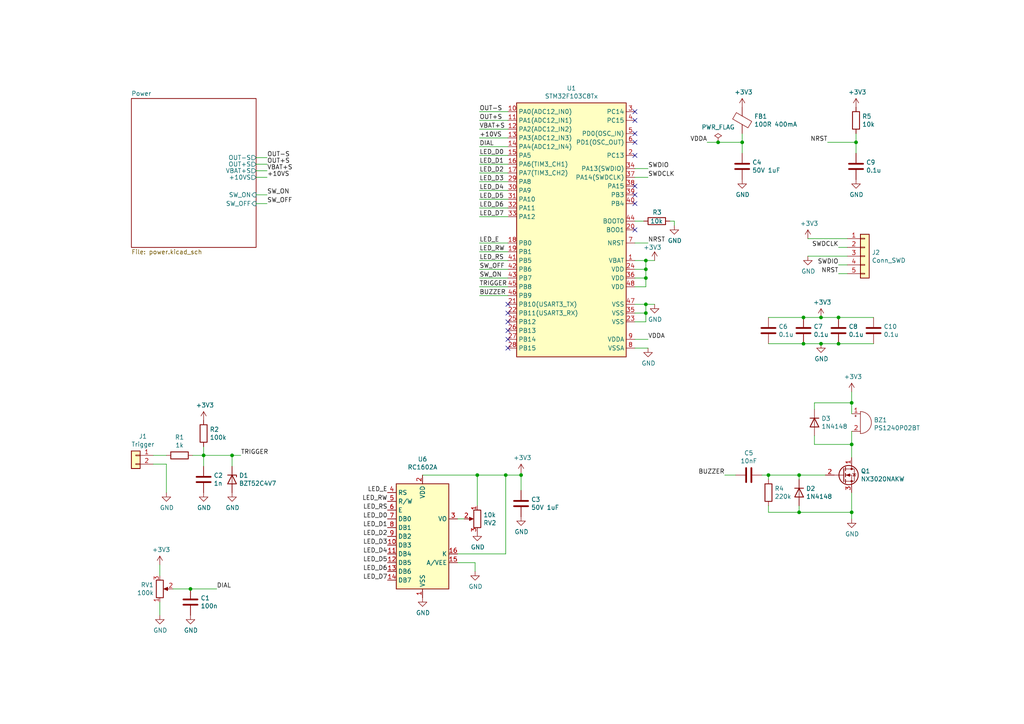
<source format=kicad_sch>
(kicad_sch (version 20230121) (generator eeschema)

  (uuid 3656978f-ee4e-4493-a3df-e075ee228e2f)

  (paper "A4")

  (lib_symbols
    (symbol "Connector_Generic:Conn_01x02" (pin_names (offset 1.016) hide) (in_bom yes) (on_board yes)
      (property "Reference" "J" (at 0 2.54 0)
        (effects (font (size 1.27 1.27)))
      )
      (property "Value" "Conn_01x02" (at 0 -5.08 0)
        (effects (font (size 1.27 1.27)))
      )
      (property "Footprint" "" (at 0 0 0)
        (effects (font (size 1.27 1.27)) hide)
      )
      (property "Datasheet" "~" (at 0 0 0)
        (effects (font (size 1.27 1.27)) hide)
      )
      (property "ki_keywords" "connector" (at 0 0 0)
        (effects (font (size 1.27 1.27)) hide)
      )
      (property "ki_description" "Generic connector, single row, 01x02, script generated (kicad-library-utils/schlib/autogen/connector/)" (at 0 0 0)
        (effects (font (size 1.27 1.27)) hide)
      )
      (property "ki_fp_filters" "Connector*:*_1x??_*" (at 0 0 0)
        (effects (font (size 1.27 1.27)) hide)
      )
      (symbol "Conn_01x02_1_1"
        (rectangle (start -1.27 -2.413) (end 0 -2.667)
          (stroke (width 0.1524) (type default))
          (fill (type none))
        )
        (rectangle (start -1.27 0.127) (end 0 -0.127)
          (stroke (width 0.1524) (type default))
          (fill (type none))
        )
        (rectangle (start -1.27 1.27) (end 1.27 -3.81)
          (stroke (width 0.254) (type default))
          (fill (type background))
        )
        (pin passive line (at -5.08 0 0) (length 3.81)
          (name "Pin_1" (effects (font (size 1.27 1.27))))
          (number "1" (effects (font (size 1.27 1.27))))
        )
        (pin passive line (at -5.08 -2.54 0) (length 3.81)
          (name "Pin_2" (effects (font (size 1.27 1.27))))
          (number "2" (effects (font (size 1.27 1.27))))
        )
      )
    )
    (symbol "Connector_Generic:Conn_01x05" (pin_names (offset 1.016) hide) (in_bom yes) (on_board yes)
      (property "Reference" "J" (at 0 7.62 0)
        (effects (font (size 1.27 1.27)))
      )
      (property "Value" "Conn_01x05" (at 0 -7.62 0)
        (effects (font (size 1.27 1.27)))
      )
      (property "Footprint" "" (at 0 0 0)
        (effects (font (size 1.27 1.27)) hide)
      )
      (property "Datasheet" "~" (at 0 0 0)
        (effects (font (size 1.27 1.27)) hide)
      )
      (property "ki_keywords" "connector" (at 0 0 0)
        (effects (font (size 1.27 1.27)) hide)
      )
      (property "ki_description" "Generic connector, single row, 01x05, script generated (kicad-library-utils/schlib/autogen/connector/)" (at 0 0 0)
        (effects (font (size 1.27 1.27)) hide)
      )
      (property "ki_fp_filters" "Connector*:*_1x??_*" (at 0 0 0)
        (effects (font (size 1.27 1.27)) hide)
      )
      (symbol "Conn_01x05_1_1"
        (rectangle (start -1.27 -4.953) (end 0 -5.207)
          (stroke (width 0.1524) (type default))
          (fill (type none))
        )
        (rectangle (start -1.27 -2.413) (end 0 -2.667)
          (stroke (width 0.1524) (type default))
          (fill (type none))
        )
        (rectangle (start -1.27 0.127) (end 0 -0.127)
          (stroke (width 0.1524) (type default))
          (fill (type none))
        )
        (rectangle (start -1.27 2.667) (end 0 2.413)
          (stroke (width 0.1524) (type default))
          (fill (type none))
        )
        (rectangle (start -1.27 5.207) (end 0 4.953)
          (stroke (width 0.1524) (type default))
          (fill (type none))
        )
        (rectangle (start -1.27 6.35) (end 1.27 -6.35)
          (stroke (width 0.254) (type default))
          (fill (type background))
        )
        (pin passive line (at -5.08 5.08 0) (length 3.81)
          (name "Pin_1" (effects (font (size 1.27 1.27))))
          (number "1" (effects (font (size 1.27 1.27))))
        )
        (pin passive line (at -5.08 2.54 0) (length 3.81)
          (name "Pin_2" (effects (font (size 1.27 1.27))))
          (number "2" (effects (font (size 1.27 1.27))))
        )
        (pin passive line (at -5.08 0 0) (length 3.81)
          (name "Pin_3" (effects (font (size 1.27 1.27))))
          (number "3" (effects (font (size 1.27 1.27))))
        )
        (pin passive line (at -5.08 -2.54 0) (length 3.81)
          (name "Pin_4" (effects (font (size 1.27 1.27))))
          (number "4" (effects (font (size 1.27 1.27))))
        )
        (pin passive line (at -5.08 -5.08 0) (length 3.81)
          (name "Pin_5" (effects (font (size 1.27 1.27))))
          (number "5" (effects (font (size 1.27 1.27))))
        )
      )
    )
    (symbol "Device:Buzzer" (pin_names (offset 0.0254) hide) (in_bom yes) (on_board yes)
      (property "Reference" "BZ" (at 3.81 1.27 0)
        (effects (font (size 1.27 1.27)) (justify left))
      )
      (property "Value" "Buzzer" (at 3.81 -1.27 0)
        (effects (font (size 1.27 1.27)) (justify left))
      )
      (property "Footprint" "" (at -0.635 2.54 90)
        (effects (font (size 1.27 1.27)) hide)
      )
      (property "Datasheet" "~" (at -0.635 2.54 90)
        (effects (font (size 1.27 1.27)) hide)
      )
      (property "ki_keywords" "quartz resonator ceramic" (at 0 0 0)
        (effects (font (size 1.27 1.27)) hide)
      )
      (property "ki_description" "Buzzer, polarized" (at 0 0 0)
        (effects (font (size 1.27 1.27)) hide)
      )
      (property "ki_fp_filters" "*Buzzer*" (at 0 0 0)
        (effects (font (size 1.27 1.27)) hide)
      )
      (symbol "Buzzer_0_1"
        (arc (start 0 -3.175) (mid 3.1612 0) (end 0 3.175)
          (stroke (width 0) (type default))
          (fill (type none))
        )
        (polyline
          (pts
            (xy -1.651 1.905)
            (xy -1.143 1.905)
          )
          (stroke (width 0) (type default))
          (fill (type none))
        )
        (polyline
          (pts
            (xy -1.397 2.159)
            (xy -1.397 1.651)
          )
          (stroke (width 0) (type default))
          (fill (type none))
        )
        (polyline
          (pts
            (xy 0 3.175)
            (xy 0 -3.175)
          )
          (stroke (width 0) (type default))
          (fill (type none))
        )
      )
      (symbol "Buzzer_1_1"
        (pin passive line (at -2.54 2.54 0) (length 2.54)
          (name "-" (effects (font (size 1.27 1.27))))
          (number "1" (effects (font (size 1.27 1.27))))
        )
        (pin passive line (at -2.54 -2.54 0) (length 2.54)
          (name "+" (effects (font (size 1.27 1.27))))
          (number "2" (effects (font (size 1.27 1.27))))
        )
      )
    )
    (symbol "Device:C" (pin_numbers hide) (pin_names (offset 0.254)) (in_bom yes) (on_board yes)
      (property "Reference" "C" (at 0.635 2.54 0)
        (effects (font (size 1.27 1.27)) (justify left))
      )
      (property "Value" "C" (at 0.635 -2.54 0)
        (effects (font (size 1.27 1.27)) (justify left))
      )
      (property "Footprint" "" (at 0.9652 -3.81 0)
        (effects (font (size 1.27 1.27)) hide)
      )
      (property "Datasheet" "~" (at 0 0 0)
        (effects (font (size 1.27 1.27)) hide)
      )
      (property "ki_keywords" "cap capacitor" (at 0 0 0)
        (effects (font (size 1.27 1.27)) hide)
      )
      (property "ki_description" "Unpolarized capacitor" (at 0 0 0)
        (effects (font (size 1.27 1.27)) hide)
      )
      (property "ki_fp_filters" "C_*" (at 0 0 0)
        (effects (font (size 1.27 1.27)) hide)
      )
      (symbol "C_0_1"
        (polyline
          (pts
            (xy -2.032 -0.762)
            (xy 2.032 -0.762)
          )
          (stroke (width 0.508) (type default))
          (fill (type none))
        )
        (polyline
          (pts
            (xy -2.032 0.762)
            (xy 2.032 0.762)
          )
          (stroke (width 0.508) (type default))
          (fill (type none))
        )
      )
      (symbol "C_1_1"
        (pin passive line (at 0 3.81 270) (length 2.794)
          (name "~" (effects (font (size 1.27 1.27))))
          (number "1" (effects (font (size 1.27 1.27))))
        )
        (pin passive line (at 0 -3.81 90) (length 2.794)
          (name "~" (effects (font (size 1.27 1.27))))
          (number "2" (effects (font (size 1.27 1.27))))
        )
      )
    )
    (symbol "Device:D" (pin_numbers hide) (pin_names (offset 1.016) hide) (in_bom yes) (on_board yes)
      (property "Reference" "D" (at 0 2.54 0)
        (effects (font (size 1.27 1.27)))
      )
      (property "Value" "D" (at 0 -2.54 0)
        (effects (font (size 1.27 1.27)))
      )
      (property "Footprint" "" (at 0 0 0)
        (effects (font (size 1.27 1.27)) hide)
      )
      (property "Datasheet" "~" (at 0 0 0)
        (effects (font (size 1.27 1.27)) hide)
      )
      (property "Sim.Device" "D" (at 0 0 0)
        (effects (font (size 1.27 1.27)) hide)
      )
      (property "Sim.Pins" "1=K 2=A" (at 0 0 0)
        (effects (font (size 1.27 1.27)) hide)
      )
      (property "ki_keywords" "diode" (at 0 0 0)
        (effects (font (size 1.27 1.27)) hide)
      )
      (property "ki_description" "Diode" (at 0 0 0)
        (effects (font (size 1.27 1.27)) hide)
      )
      (property "ki_fp_filters" "TO-???* *_Diode_* *SingleDiode* D_*" (at 0 0 0)
        (effects (font (size 1.27 1.27)) hide)
      )
      (symbol "D_0_1"
        (polyline
          (pts
            (xy -1.27 1.27)
            (xy -1.27 -1.27)
          )
          (stroke (width 0.254) (type default))
          (fill (type none))
        )
        (polyline
          (pts
            (xy 1.27 0)
            (xy -1.27 0)
          )
          (stroke (width 0) (type default))
          (fill (type none))
        )
        (polyline
          (pts
            (xy 1.27 1.27)
            (xy 1.27 -1.27)
            (xy -1.27 0)
            (xy 1.27 1.27)
          )
          (stroke (width 0.254) (type default))
          (fill (type none))
        )
      )
      (symbol "D_1_1"
        (pin passive line (at -3.81 0 0) (length 2.54)
          (name "K" (effects (font (size 1.27 1.27))))
          (number "1" (effects (font (size 1.27 1.27))))
        )
        (pin passive line (at 3.81 0 180) (length 2.54)
          (name "A" (effects (font (size 1.27 1.27))))
          (number "2" (effects (font (size 1.27 1.27))))
        )
      )
    )
    (symbol "Device:D_Zener" (pin_numbers hide) (pin_names (offset 1.016) hide) (in_bom yes) (on_board yes)
      (property "Reference" "D" (at 0 2.54 0)
        (effects (font (size 1.27 1.27)))
      )
      (property "Value" "D_Zener" (at 0 -2.54 0)
        (effects (font (size 1.27 1.27)))
      )
      (property "Footprint" "" (at 0 0 0)
        (effects (font (size 1.27 1.27)) hide)
      )
      (property "Datasheet" "~" (at 0 0 0)
        (effects (font (size 1.27 1.27)) hide)
      )
      (property "ki_keywords" "diode" (at 0 0 0)
        (effects (font (size 1.27 1.27)) hide)
      )
      (property "ki_description" "Zener diode" (at 0 0 0)
        (effects (font (size 1.27 1.27)) hide)
      )
      (property "ki_fp_filters" "TO-???* *_Diode_* *SingleDiode* D_*" (at 0 0 0)
        (effects (font (size 1.27 1.27)) hide)
      )
      (symbol "D_Zener_0_1"
        (polyline
          (pts
            (xy 1.27 0)
            (xy -1.27 0)
          )
          (stroke (width 0) (type default))
          (fill (type none))
        )
        (polyline
          (pts
            (xy -1.27 -1.27)
            (xy -1.27 1.27)
            (xy -0.762 1.27)
          )
          (stroke (width 0.254) (type default))
          (fill (type none))
        )
        (polyline
          (pts
            (xy 1.27 -1.27)
            (xy 1.27 1.27)
            (xy -1.27 0)
            (xy 1.27 -1.27)
          )
          (stroke (width 0.254) (type default))
          (fill (type none))
        )
      )
      (symbol "D_Zener_1_1"
        (pin passive line (at -3.81 0 0) (length 2.54)
          (name "K" (effects (font (size 1.27 1.27))))
          (number "1" (effects (font (size 1.27 1.27))))
        )
        (pin passive line (at 3.81 0 180) (length 2.54)
          (name "A" (effects (font (size 1.27 1.27))))
          (number "2" (effects (font (size 1.27 1.27))))
        )
      )
    )
    (symbol "Device:FerriteBead" (pin_numbers hide) (pin_names (offset 0)) (in_bom yes) (on_board yes)
      (property "Reference" "FB" (at -3.81 0.635 90)
        (effects (font (size 1.27 1.27)))
      )
      (property "Value" "FerriteBead" (at 3.81 0 90)
        (effects (font (size 1.27 1.27)))
      )
      (property "Footprint" "" (at -1.778 0 90)
        (effects (font (size 1.27 1.27)) hide)
      )
      (property "Datasheet" "~" (at 0 0 0)
        (effects (font (size 1.27 1.27)) hide)
      )
      (property "ki_keywords" "L ferrite bead inductor filter" (at 0 0 0)
        (effects (font (size 1.27 1.27)) hide)
      )
      (property "ki_description" "Ferrite bead" (at 0 0 0)
        (effects (font (size 1.27 1.27)) hide)
      )
      (property "ki_fp_filters" "Inductor_* L_* *Ferrite*" (at 0 0 0)
        (effects (font (size 1.27 1.27)) hide)
      )
      (symbol "FerriteBead_0_1"
        (polyline
          (pts
            (xy 0 -1.27)
            (xy 0 -1.2192)
          )
          (stroke (width 0) (type default))
          (fill (type none))
        )
        (polyline
          (pts
            (xy 0 1.27)
            (xy 0 1.2954)
          )
          (stroke (width 0) (type default))
          (fill (type none))
        )
        (polyline
          (pts
            (xy -2.7686 0.4064)
            (xy -1.7018 2.2606)
            (xy 2.7686 -0.3048)
            (xy 1.6764 -2.159)
            (xy -2.7686 0.4064)
          )
          (stroke (width 0) (type default))
          (fill (type none))
        )
      )
      (symbol "FerriteBead_1_1"
        (pin passive line (at 0 3.81 270) (length 2.54)
          (name "~" (effects (font (size 1.27 1.27))))
          (number "1" (effects (font (size 1.27 1.27))))
        )
        (pin passive line (at 0 -3.81 90) (length 2.54)
          (name "~" (effects (font (size 1.27 1.27))))
          (number "2" (effects (font (size 1.27 1.27))))
        )
      )
    )
    (symbol "Device:Q_NMOS_DGS" (pin_names (offset 0) hide) (in_bom yes) (on_board yes)
      (property "Reference" "Q" (at 5.08 1.27 0)
        (effects (font (size 1.27 1.27)) (justify left))
      )
      (property "Value" "Q_NMOS_DGS" (at 5.08 -1.27 0)
        (effects (font (size 1.27 1.27)) (justify left))
      )
      (property "Footprint" "" (at 5.08 2.54 0)
        (effects (font (size 1.27 1.27)) hide)
      )
      (property "Datasheet" "~" (at 0 0 0)
        (effects (font (size 1.27 1.27)) hide)
      )
      (property "ki_keywords" "transistor NMOS N-MOS N-MOSFET" (at 0 0 0)
        (effects (font (size 1.27 1.27)) hide)
      )
      (property "ki_description" "N-MOSFET transistor, drain/gate/source" (at 0 0 0)
        (effects (font (size 1.27 1.27)) hide)
      )
      (symbol "Q_NMOS_DGS_0_1"
        (polyline
          (pts
            (xy 0.254 0)
            (xy -2.54 0)
          )
          (stroke (width 0) (type default))
          (fill (type none))
        )
        (polyline
          (pts
            (xy 0.254 1.905)
            (xy 0.254 -1.905)
          )
          (stroke (width 0.254) (type default))
          (fill (type none))
        )
        (polyline
          (pts
            (xy 0.762 -1.27)
            (xy 0.762 -2.286)
          )
          (stroke (width 0.254) (type default))
          (fill (type none))
        )
        (polyline
          (pts
            (xy 0.762 0.508)
            (xy 0.762 -0.508)
          )
          (stroke (width 0.254) (type default))
          (fill (type none))
        )
        (polyline
          (pts
            (xy 0.762 2.286)
            (xy 0.762 1.27)
          )
          (stroke (width 0.254) (type default))
          (fill (type none))
        )
        (polyline
          (pts
            (xy 2.54 2.54)
            (xy 2.54 1.778)
          )
          (stroke (width 0) (type default))
          (fill (type none))
        )
        (polyline
          (pts
            (xy 2.54 -2.54)
            (xy 2.54 0)
            (xy 0.762 0)
          )
          (stroke (width 0) (type default))
          (fill (type none))
        )
        (polyline
          (pts
            (xy 0.762 -1.778)
            (xy 3.302 -1.778)
            (xy 3.302 1.778)
            (xy 0.762 1.778)
          )
          (stroke (width 0) (type default))
          (fill (type none))
        )
        (polyline
          (pts
            (xy 1.016 0)
            (xy 2.032 0.381)
            (xy 2.032 -0.381)
            (xy 1.016 0)
          )
          (stroke (width 0) (type default))
          (fill (type outline))
        )
        (polyline
          (pts
            (xy 2.794 0.508)
            (xy 2.921 0.381)
            (xy 3.683 0.381)
            (xy 3.81 0.254)
          )
          (stroke (width 0) (type default))
          (fill (type none))
        )
        (polyline
          (pts
            (xy 3.302 0.381)
            (xy 2.921 -0.254)
            (xy 3.683 -0.254)
            (xy 3.302 0.381)
          )
          (stroke (width 0) (type default))
          (fill (type none))
        )
        (circle (center 1.651 0) (radius 2.794)
          (stroke (width 0.254) (type default))
          (fill (type none))
        )
        (circle (center 2.54 -1.778) (radius 0.254)
          (stroke (width 0) (type default))
          (fill (type outline))
        )
        (circle (center 2.54 1.778) (radius 0.254)
          (stroke (width 0) (type default))
          (fill (type outline))
        )
      )
      (symbol "Q_NMOS_DGS_1_1"
        (pin passive line (at 2.54 5.08 270) (length 2.54)
          (name "D" (effects (font (size 1.27 1.27))))
          (number "1" (effects (font (size 1.27 1.27))))
        )
        (pin input line (at -5.08 0 0) (length 2.54)
          (name "G" (effects (font (size 1.27 1.27))))
          (number "2" (effects (font (size 1.27 1.27))))
        )
        (pin passive line (at 2.54 -5.08 90) (length 2.54)
          (name "S" (effects (font (size 1.27 1.27))))
          (number "3" (effects (font (size 1.27 1.27))))
        )
      )
    )
    (symbol "Device:R" (pin_numbers hide) (pin_names (offset 0)) (in_bom yes) (on_board yes)
      (property "Reference" "R" (at 2.032 0 90)
        (effects (font (size 1.27 1.27)))
      )
      (property "Value" "R" (at 0 0 90)
        (effects (font (size 1.27 1.27)))
      )
      (property "Footprint" "" (at -1.778 0 90)
        (effects (font (size 1.27 1.27)) hide)
      )
      (property "Datasheet" "~" (at 0 0 0)
        (effects (font (size 1.27 1.27)) hide)
      )
      (property "ki_keywords" "R res resistor" (at 0 0 0)
        (effects (font (size 1.27 1.27)) hide)
      )
      (property "ki_description" "Resistor" (at 0 0 0)
        (effects (font (size 1.27 1.27)) hide)
      )
      (property "ki_fp_filters" "R_*" (at 0 0 0)
        (effects (font (size 1.27 1.27)) hide)
      )
      (symbol "R_0_1"
        (rectangle (start -1.016 -2.54) (end 1.016 2.54)
          (stroke (width 0.254) (type default))
          (fill (type none))
        )
      )
      (symbol "R_1_1"
        (pin passive line (at 0 3.81 270) (length 1.27)
          (name "~" (effects (font (size 1.27 1.27))))
          (number "1" (effects (font (size 1.27 1.27))))
        )
        (pin passive line (at 0 -3.81 90) (length 1.27)
          (name "~" (effects (font (size 1.27 1.27))))
          (number "2" (effects (font (size 1.27 1.27))))
        )
      )
    )
    (symbol "Device:R_Potentiometer" (pin_names (offset 1.016) hide) (in_bom yes) (on_board yes)
      (property "Reference" "RV" (at -4.445 0 90)
        (effects (font (size 1.27 1.27)))
      )
      (property "Value" "R_Potentiometer" (at -2.54 0 90)
        (effects (font (size 1.27 1.27)))
      )
      (property "Footprint" "" (at 0 0 0)
        (effects (font (size 1.27 1.27)) hide)
      )
      (property "Datasheet" "~" (at 0 0 0)
        (effects (font (size 1.27 1.27)) hide)
      )
      (property "ki_keywords" "resistor variable" (at 0 0 0)
        (effects (font (size 1.27 1.27)) hide)
      )
      (property "ki_description" "Potentiometer" (at 0 0 0)
        (effects (font (size 1.27 1.27)) hide)
      )
      (property "ki_fp_filters" "Potentiometer*" (at 0 0 0)
        (effects (font (size 1.27 1.27)) hide)
      )
      (symbol "R_Potentiometer_0_1"
        (polyline
          (pts
            (xy 2.54 0)
            (xy 1.524 0)
          )
          (stroke (width 0) (type default))
          (fill (type none))
        )
        (polyline
          (pts
            (xy 1.143 0)
            (xy 2.286 0.508)
            (xy 2.286 -0.508)
            (xy 1.143 0)
          )
          (stroke (width 0) (type default))
          (fill (type outline))
        )
        (rectangle (start 1.016 2.54) (end -1.016 -2.54)
          (stroke (width 0.254) (type default))
          (fill (type none))
        )
      )
      (symbol "R_Potentiometer_1_1"
        (pin passive line (at 0 3.81 270) (length 1.27)
          (name "1" (effects (font (size 1.27 1.27))))
          (number "1" (effects (font (size 1.27 1.27))))
        )
        (pin passive line (at 3.81 0 180) (length 1.27)
          (name "2" (effects (font (size 1.27 1.27))))
          (number "2" (effects (font (size 1.27 1.27))))
        )
        (pin passive line (at 0 -3.81 90) (length 1.27)
          (name "3" (effects (font (size 1.27 1.27))))
          (number "3" (effects (font (size 1.27 1.27))))
        )
      )
    )
    (symbol "Display_Character:RC1602A" (in_bom yes) (on_board yes)
      (property "Reference" "U" (at -6.35 16.51 0)
        (effects (font (size 1.27 1.27)))
      )
      (property "Value" "RC1602A" (at 2.794 16.51 0)
        (effects (font (size 1.27 1.27)) (justify left))
      )
      (property "Footprint" "Display:RC1602A" (at 2.54 -20.32 0)
        (effects (font (size 1.27 1.27)) hide)
      )
      (property "Datasheet" "http://www.raystar-optronics.com/down.php?ProID=18" (at 2.54 -2.54 0)
        (effects (font (size 1.27 1.27)) hide)
      )
      (property "ki_keywords" "display LCD dot-matrix" (at 0 0 0)
        (effects (font (size 1.27 1.27)) hide)
      )
      (property "ki_description" "LCD 16x2 Alphanumeric gray backlight, 3 or 5V VDD" (at 0 0 0)
        (effects (font (size 1.27 1.27)) hide)
      )
      (property "ki_fp_filters" "*RC1602A*" (at 0 0 0)
        (effects (font (size 1.27 1.27)) hide)
      )
      (symbol "RC1602A_0_1"
        (rectangle (start -7.62 15.24) (end 7.62 -15.24)
          (stroke (width 0.254) (type default))
          (fill (type background))
        )
      )
      (symbol "RC1602A_1_1"
        (pin power_in line (at 0 -17.78 90) (length 2.54)
          (name "VSS" (effects (font (size 1.27 1.27))))
          (number "1" (effects (font (size 1.27 1.27))))
        )
        (pin bidirectional line (at -10.16 -2.54 0) (length 2.54)
          (name "DB3" (effects (font (size 1.27 1.27))))
          (number "10" (effects (font (size 1.27 1.27))))
        )
        (pin bidirectional line (at -10.16 -5.08 0) (length 2.54)
          (name "DB4" (effects (font (size 1.27 1.27))))
          (number "11" (effects (font (size 1.27 1.27))))
        )
        (pin bidirectional line (at -10.16 -7.62 0) (length 2.54)
          (name "DB5" (effects (font (size 1.27 1.27))))
          (number "12" (effects (font (size 1.27 1.27))))
        )
        (pin bidirectional line (at -10.16 -10.16 0) (length 2.54)
          (name "DB6" (effects (font (size 1.27 1.27))))
          (number "13" (effects (font (size 1.27 1.27))))
        )
        (pin bidirectional line (at -10.16 -12.7 0) (length 2.54)
          (name "DB7" (effects (font (size 1.27 1.27))))
          (number "14" (effects (font (size 1.27 1.27))))
        )
        (pin power_in line (at 10.16 -7.62 180) (length 2.54)
          (name "A/VEE" (effects (font (size 1.27 1.27))))
          (number "15" (effects (font (size 1.27 1.27))))
        )
        (pin power_in line (at 10.16 -5.08 180) (length 2.54)
          (name "K" (effects (font (size 1.27 1.27))))
          (number "16" (effects (font (size 1.27 1.27))))
        )
        (pin power_in line (at 0 17.78 270) (length 2.54)
          (name "VDD" (effects (font (size 1.27 1.27))))
          (number "2" (effects (font (size 1.27 1.27))))
        )
        (pin power_in line (at 10.16 5.08 180) (length 2.54)
          (name "VO" (effects (font (size 1.27 1.27))))
          (number "3" (effects (font (size 1.27 1.27))))
        )
        (pin input line (at -10.16 12.7 0) (length 2.54)
          (name "RS" (effects (font (size 1.27 1.27))))
          (number "4" (effects (font (size 1.27 1.27))))
        )
        (pin input line (at -10.16 10.16 0) (length 2.54)
          (name "R/W" (effects (font (size 1.27 1.27))))
          (number "5" (effects (font (size 1.27 1.27))))
        )
        (pin input line (at -10.16 7.62 0) (length 2.54)
          (name "E" (effects (font (size 1.27 1.27))))
          (number "6" (effects (font (size 1.27 1.27))))
        )
        (pin bidirectional line (at -10.16 5.08 0) (length 2.54)
          (name "DB0" (effects (font (size 1.27 1.27))))
          (number "7" (effects (font (size 1.27 1.27))))
        )
        (pin bidirectional line (at -10.16 2.54 0) (length 2.54)
          (name "DB1" (effects (font (size 1.27 1.27))))
          (number "8" (effects (font (size 1.27 1.27))))
        )
        (pin bidirectional line (at -10.16 0 0) (length 2.54)
          (name "DB2" (effects (font (size 1.27 1.27))))
          (number "9" (effects (font (size 1.27 1.27))))
        )
      )
    )
    (symbol "common:STM32F103C8Tx" (in_bom yes) (on_board yes)
      (property "Reference" "U" (at -15.24 36.83 0)
        (effects (font (size 1.27 1.27)) (justify left))
      )
      (property "Value" "STM32F103C8Tx" (at 11.43 36.83 0)
        (effects (font (size 1.27 1.27)) (justify left))
      )
      (property "Footprint" "common:LQFP-48_7x7mm_P0.5mm" (at -15.24 -38.1 0)
        (effects (font (size 1.27 1.27)) (justify right) hide)
      )
      (property "Datasheet" "http://www.st.com/st-web-ui/static/active/en/resource/technical/document/datasheet/CD00161566.pdf" (at 0 0 0)
        (effects (font (size 1.27 1.27)) hide)
      )
      (property "ki_keywords" "ARM Cortex-M3 STM32F1 STM32F103" (at 0 0 0)
        (effects (font (size 1.27 1.27)) hide)
      )
      (property "ki_description" "ARM Cortex-M3 MCU, 64KB flash, 20KB RAM, 72MHz, 2-3.6V, 37 GPIO, LQFP-48" (at 0 0 0)
        (effects (font (size 1.27 1.27)) hide)
      )
      (property "ki_fp_filters" "LQFP*7x7mm*P0.5mm*" (at 0 0 0)
        (effects (font (size 1.27 1.27)) hide)
      )
      (symbol "STM32F103C8Tx_0_1"
        (rectangle (start -15.24 -38.1) (end 16.51 35.56)
          (stroke (width 0.254) (type solid))
          (fill (type background))
        )
      )
      (symbol "STM32F103C8Tx_1_1"
        (pin power_in line (at 19.05 -10.16 180) (length 2.54)
          (name "VBAT" (effects (font (size 1.27 1.27))))
          (number "1" (effects (font (size 1.27 1.27))))
        )
        (pin bidirectional line (at -17.78 33.02 0) (length 2.54)
          (name "PA0(ADC12_IN0)" (effects (font (size 1.27 1.27))))
          (number "10" (effects (font (size 1.27 1.27))))
        )
        (pin bidirectional line (at -17.78 30.48 0) (length 2.54)
          (name "PA1(ADC12_IN1)" (effects (font (size 1.27 1.27))))
          (number "11" (effects (font (size 1.27 1.27))))
        )
        (pin bidirectional line (at -17.78 27.94 0) (length 2.54)
          (name "PA2(ADC12_IN2)" (effects (font (size 1.27 1.27))))
          (number "12" (effects (font (size 1.27 1.27))))
        )
        (pin bidirectional line (at -17.78 25.4 0) (length 2.54)
          (name "PA3(ADC12_IN3)" (effects (font (size 1.27 1.27))))
          (number "13" (effects (font (size 1.27 1.27))))
        )
        (pin bidirectional line (at -17.78 22.86 0) (length 2.54)
          (name "PA4(ADC12_IN4)" (effects (font (size 1.27 1.27))))
          (number "14" (effects (font (size 1.27 1.27))))
        )
        (pin bidirectional line (at -17.78 20.32 0) (length 2.54)
          (name "PA5" (effects (font (size 1.27 1.27))))
          (number "15" (effects (font (size 1.27 1.27))))
        )
        (pin bidirectional line (at -17.78 17.78 0) (length 2.54)
          (name "PA6(TIM3_CH1)" (effects (font (size 1.27 1.27))))
          (number "16" (effects (font (size 1.27 1.27))))
        )
        (pin bidirectional line (at -17.78 15.24 0) (length 2.54)
          (name "PA7(TIM3_CH2)" (effects (font (size 1.27 1.27))))
          (number "17" (effects (font (size 1.27 1.27))))
        )
        (pin bidirectional line (at -17.78 -5.08 0) (length 2.54)
          (name "PB0" (effects (font (size 1.27 1.27))))
          (number "18" (effects (font (size 1.27 1.27))))
        )
        (pin bidirectional line (at -17.78 -7.62 0) (length 2.54)
          (name "PB1" (effects (font (size 1.27 1.27))))
          (number "19" (effects (font (size 1.27 1.27))))
        )
        (pin bidirectional line (at 19.05 20.32 180) (length 2.54)
          (name "PC13" (effects (font (size 1.27 1.27))))
          (number "2" (effects (font (size 1.27 1.27))))
        )
        (pin bidirectional line (at 19.05 -1.27 180) (length 2.54)
          (name "BOO1" (effects (font (size 1.27 1.27))))
          (number "20" (effects (font (size 1.27 1.27))))
        )
        (pin bidirectional line (at -17.78 -22.86 0) (length 2.54)
          (name "PB10(USART3_TX)" (effects (font (size 1.27 1.27))))
          (number "21" (effects (font (size 1.27 1.27))))
        )
        (pin bidirectional line (at -17.78 -25.4 0) (length 2.54)
          (name "PB11(USART3_RX)" (effects (font (size 1.27 1.27))))
          (number "22" (effects (font (size 1.27 1.27))))
        )
        (pin power_in line (at 19.05 -27.94 180) (length 2.54)
          (name "VSS" (effects (font (size 1.27 1.27))))
          (number "23" (effects (font (size 1.27 1.27))))
        )
        (pin power_in line (at 19.05 -12.7 180) (length 2.54)
          (name "VDD" (effects (font (size 1.27 1.27))))
          (number "24" (effects (font (size 1.27 1.27))))
        )
        (pin bidirectional line (at -17.78 -27.94 0) (length 2.54)
          (name "PB12" (effects (font (size 1.27 1.27))))
          (number "25" (effects (font (size 1.27 1.27))))
        )
        (pin bidirectional line (at -17.78 -30.48 0) (length 2.54)
          (name "PB13" (effects (font (size 1.27 1.27))))
          (number "26" (effects (font (size 1.27 1.27))))
        )
        (pin bidirectional line (at -17.78 -33.02 0) (length 2.54)
          (name "PB14" (effects (font (size 1.27 1.27))))
          (number "27" (effects (font (size 1.27 1.27))))
        )
        (pin bidirectional line (at -17.78 -35.56 0) (length 2.54)
          (name "PB15" (effects (font (size 1.27 1.27))))
          (number "28" (effects (font (size 1.27 1.27))))
        )
        (pin bidirectional line (at -17.78 12.7 0) (length 2.54)
          (name "PA8" (effects (font (size 1.27 1.27))))
          (number "29" (effects (font (size 1.27 1.27))))
        )
        (pin bidirectional line (at 19.05 33.02 180) (length 2.54)
          (name "PC14" (effects (font (size 1.27 1.27))))
          (number "3" (effects (font (size 1.27 1.27))))
        )
        (pin bidirectional line (at -17.78 10.16 0) (length 2.54)
          (name "PA9" (effects (font (size 1.27 1.27))))
          (number "30" (effects (font (size 1.27 1.27))))
        )
        (pin bidirectional line (at -17.78 7.62 0) (length 2.54)
          (name "PA10" (effects (font (size 1.27 1.27))))
          (number "31" (effects (font (size 1.27 1.27))))
        )
        (pin bidirectional line (at -17.78 5.08 0) (length 2.54)
          (name "PA11" (effects (font (size 1.27 1.27))))
          (number "32" (effects (font (size 1.27 1.27))))
        )
        (pin bidirectional line (at -17.78 2.54 0) (length 2.54)
          (name "PA12" (effects (font (size 1.27 1.27))))
          (number "33" (effects (font (size 1.27 1.27))))
        )
        (pin bidirectional line (at 19.05 16.51 180) (length 2.54)
          (name "PA13(SWDIO)" (effects (font (size 1.27 1.27))))
          (number "34" (effects (font (size 1.27 1.27))))
        )
        (pin power_in line (at 19.05 -25.4 180) (length 2.54)
          (name "VSS" (effects (font (size 1.27 1.27))))
          (number "35" (effects (font (size 1.27 1.27))))
        )
        (pin power_in line (at 19.05 -15.24 180) (length 2.54)
          (name "VDD" (effects (font (size 1.27 1.27))))
          (number "36" (effects (font (size 1.27 1.27))))
        )
        (pin bidirectional line (at 19.05 13.97 180) (length 2.54)
          (name "PA14(SWDCLK)" (effects (font (size 1.27 1.27))))
          (number "37" (effects (font (size 1.27 1.27))))
        )
        (pin bidirectional line (at 19.05 11.43 180) (length 2.54)
          (name "PA15" (effects (font (size 1.27 1.27))))
          (number "38" (effects (font (size 1.27 1.27))))
        )
        (pin bidirectional line (at 19.05 8.89 180) (length 2.54)
          (name "PB3" (effects (font (size 1.27 1.27))))
          (number "39" (effects (font (size 1.27 1.27))))
        )
        (pin bidirectional line (at 19.05 30.48 180) (length 2.54)
          (name "PC15" (effects (font (size 1.27 1.27))))
          (number "4" (effects (font (size 1.27 1.27))))
        )
        (pin bidirectional line (at 19.05 6.35 180) (length 2.54)
          (name "PB4" (effects (font (size 1.27 1.27))))
          (number "40" (effects (font (size 1.27 1.27))))
        )
        (pin bidirectional line (at -17.78 -10.16 0) (length 2.54)
          (name "PB5" (effects (font (size 1.27 1.27))))
          (number "41" (effects (font (size 1.27 1.27))))
        )
        (pin bidirectional line (at -17.78 -12.7 0) (length 2.54)
          (name "PB6" (effects (font (size 1.27 1.27))))
          (number "42" (effects (font (size 1.27 1.27))))
        )
        (pin bidirectional line (at -17.78 -15.24 0) (length 2.54)
          (name "PB7" (effects (font (size 1.27 1.27))))
          (number "43" (effects (font (size 1.27 1.27))))
        )
        (pin input line (at 19.05 1.27 180) (length 2.54)
          (name "BOOT0" (effects (font (size 1.27 1.27))))
          (number "44" (effects (font (size 1.27 1.27))))
        )
        (pin bidirectional line (at -17.78 -17.78 0) (length 2.54)
          (name "PB8" (effects (font (size 1.27 1.27))))
          (number "45" (effects (font (size 1.27 1.27))))
        )
        (pin bidirectional line (at -17.78 -20.32 0) (length 2.54)
          (name "PB9" (effects (font (size 1.27 1.27))))
          (number "46" (effects (font (size 1.27 1.27))))
        )
        (pin power_in line (at 19.05 -22.86 180) (length 2.54)
          (name "VSS" (effects (font (size 1.27 1.27))))
          (number "47" (effects (font (size 1.27 1.27))))
        )
        (pin power_in line (at 19.05 -17.78 180) (length 2.54)
          (name "VDD" (effects (font (size 1.27 1.27))))
          (number "48" (effects (font (size 1.27 1.27))))
        )
        (pin input line (at 19.05 26.67 180) (length 2.54)
          (name "PD0(OSC_IN)" (effects (font (size 1.27 1.27))))
          (number "5" (effects (font (size 1.27 1.27))))
        )
        (pin input line (at 19.05 24.13 180) (length 2.54)
          (name "PD1(OSC_OUT)" (effects (font (size 1.27 1.27))))
          (number "6" (effects (font (size 1.27 1.27))))
        )
        (pin input line (at 19.05 -5.08 180) (length 2.54)
          (name "NRST" (effects (font (size 1.27 1.27))))
          (number "7" (effects (font (size 1.27 1.27))))
        )
        (pin power_in line (at 19.05 -35.56 180) (length 2.54)
          (name "VSSA" (effects (font (size 1.27 1.27))))
          (number "8" (effects (font (size 1.27 1.27))))
        )
        (pin power_in line (at 19.05 -33.02 180) (length 2.54)
          (name "VDDA" (effects (font (size 1.27 1.27))))
          (number "9" (effects (font (size 1.27 1.27))))
        )
      )
    )
    (symbol "power:+3V3" (power) (pin_names (offset 0)) (in_bom yes) (on_board yes)
      (property "Reference" "#PWR" (at 0 -3.81 0)
        (effects (font (size 1.27 1.27)) hide)
      )
      (property "Value" "+3V3" (at 0 3.556 0)
        (effects (font (size 1.27 1.27)))
      )
      (property "Footprint" "" (at 0 0 0)
        (effects (font (size 1.27 1.27)) hide)
      )
      (property "Datasheet" "" (at 0 0 0)
        (effects (font (size 1.27 1.27)) hide)
      )
      (property "ki_keywords" "global power" (at 0 0 0)
        (effects (font (size 1.27 1.27)) hide)
      )
      (property "ki_description" "Power symbol creates a global label with name \"+3V3\"" (at 0 0 0)
        (effects (font (size 1.27 1.27)) hide)
      )
      (symbol "+3V3_0_1"
        (polyline
          (pts
            (xy -0.762 1.27)
            (xy 0 2.54)
          )
          (stroke (width 0) (type default))
          (fill (type none))
        )
        (polyline
          (pts
            (xy 0 0)
            (xy 0 2.54)
          )
          (stroke (width 0) (type default))
          (fill (type none))
        )
        (polyline
          (pts
            (xy 0 2.54)
            (xy 0.762 1.27)
          )
          (stroke (width 0) (type default))
          (fill (type none))
        )
      )
      (symbol "+3V3_1_1"
        (pin power_in line (at 0 0 90) (length 0) hide
          (name "+3V3" (effects (font (size 1.27 1.27))))
          (number "1" (effects (font (size 1.27 1.27))))
        )
      )
    )
    (symbol "power:GND" (power) (pin_names (offset 0)) (in_bom yes) (on_board yes)
      (property "Reference" "#PWR" (at 0 -6.35 0)
        (effects (font (size 1.27 1.27)) hide)
      )
      (property "Value" "GND" (at 0 -3.81 0)
        (effects (font (size 1.27 1.27)))
      )
      (property "Footprint" "" (at 0 0 0)
        (effects (font (size 1.27 1.27)) hide)
      )
      (property "Datasheet" "" (at 0 0 0)
        (effects (font (size 1.27 1.27)) hide)
      )
      (property "ki_keywords" "global power" (at 0 0 0)
        (effects (font (size 1.27 1.27)) hide)
      )
      (property "ki_description" "Power symbol creates a global label with name \"GND\" , ground" (at 0 0 0)
        (effects (font (size 1.27 1.27)) hide)
      )
      (symbol "GND_0_1"
        (polyline
          (pts
            (xy 0 0)
            (xy 0 -1.27)
            (xy 1.27 -1.27)
            (xy 0 -2.54)
            (xy -1.27 -1.27)
            (xy 0 -1.27)
          )
          (stroke (width 0) (type default))
          (fill (type none))
        )
      )
      (symbol "GND_1_1"
        (pin power_in line (at 0 0 270) (length 0) hide
          (name "GND" (effects (font (size 1.27 1.27))))
          (number "1" (effects (font (size 1.27 1.27))))
        )
      )
    )
    (symbol "power:PWR_FLAG" (power) (pin_numbers hide) (pin_names (offset 0) hide) (in_bom yes) (on_board yes)
      (property "Reference" "#FLG" (at 0 1.905 0)
        (effects (font (size 1.27 1.27)) hide)
      )
      (property "Value" "PWR_FLAG" (at 0 3.81 0)
        (effects (font (size 1.27 1.27)))
      )
      (property "Footprint" "" (at 0 0 0)
        (effects (font (size 1.27 1.27)) hide)
      )
      (property "Datasheet" "~" (at 0 0 0)
        (effects (font (size 1.27 1.27)) hide)
      )
      (property "ki_keywords" "flag power" (at 0 0 0)
        (effects (font (size 1.27 1.27)) hide)
      )
      (property "ki_description" "Special symbol for telling ERC where power comes from" (at 0 0 0)
        (effects (font (size 1.27 1.27)) hide)
      )
      (symbol "PWR_FLAG_0_0"
        (pin power_out line (at 0 0 90) (length 0)
          (name "pwr" (effects (font (size 1.27 1.27))))
          (number "1" (effects (font (size 1.27 1.27))))
        )
      )
      (symbol "PWR_FLAG_0_1"
        (polyline
          (pts
            (xy 0 0)
            (xy 0 1.27)
            (xy -1.016 1.905)
            (xy 0 2.54)
            (xy 1.016 1.905)
            (xy 0 1.27)
          )
          (stroke (width 0) (type default))
          (fill (type none))
        )
      )
    )
  )

  (junction (at 146.685 137.795) (diameter 0) (color 0 0 0 0)
    (uuid 0c6f85c2-cf8d-403a-8445-e35b1e884085)
  )
  (junction (at 238.125 99.695) (diameter 0) (color 0 0 0 0)
    (uuid 18a2529c-4af5-46bf-9040-914e17fe0b73)
  )
  (junction (at 247.015 128.905) (diameter 0) (color 0 0 0 0)
    (uuid 34892847-558c-4a46-bdef-224ec828c390)
  )
  (junction (at 247.015 148.59) (diameter 0) (color 0 0 0 0)
    (uuid 3c5279e2-fd92-4a89-9593-fa46a34cb083)
  )
  (junction (at 187.325 80.645) (diameter 0) (color 0 0 0 0)
    (uuid 55f25d24-c59b-4b3a-8fa2-d037c8072bd0)
  )
  (junction (at 243.205 99.695) (diameter 0) (color 0 0 0 0)
    (uuid 57d0bae2-ab2f-4879-b938-c809b4b4e545)
  )
  (junction (at 187.325 90.805) (diameter 0) (color 0 0 0 0)
    (uuid 5995c336-afe4-485d-b4d1-7202480a6cce)
  )
  (junction (at 215.265 41.275) (diameter 0) (color 0 0 0 0)
    (uuid 5b1f5e7e-c06c-4323-a9d7-0e28804ee91a)
  )
  (junction (at 59.055 132.08) (diameter 0) (color 0 0 0 0)
    (uuid 5c43ec24-9b2b-4ddb-85f9-5eec68ae9407)
  )
  (junction (at 243.205 92.075) (diameter 0) (color 0 0 0 0)
    (uuid 61a60613-84a9-4cc0-a088-5b7308daace2)
  )
  (junction (at 138.43 137.795) (diameter 0) (color 0 0 0 0)
    (uuid 7254f085-7220-49e6-b527-2c1f167b8722)
  )
  (junction (at 233.045 99.695) (diameter 0) (color 0 0 0 0)
    (uuid 766b02f5-b143-446a-a5e7-b4e7ece49fbd)
  )
  (junction (at 187.325 88.265) (diameter 0) (color 0 0 0 0)
    (uuid 7d6ec1e7-52c3-45f1-bdaa-c95412815fe1)
  )
  (junction (at 55.245 170.815) (diameter 0) (color 0 0 0 0)
    (uuid 895db474-d6a7-4894-ac56-e6158800039b)
  )
  (junction (at 238.125 92.075) (diameter 0) (color 0 0 0 0)
    (uuid 8c756c99-0435-433f-babc-08d794bd284f)
  )
  (junction (at 151.13 137.795) (diameter 0) (color 0 0 0 0)
    (uuid 8c9c3617-c153-4f57-a136-fbbce0410b5c)
  )
  (junction (at 187.325 75.565) (diameter 0) (color 0 0 0 0)
    (uuid 8f13fb83-fcbd-4731-a755-69fb014d329c)
  )
  (junction (at 233.045 92.075) (diameter 0) (color 0 0 0 0)
    (uuid 96d81292-db89-455f-ad90-5585c6005e8a)
  )
  (junction (at 222.885 137.795) (diameter 0) (color 0 0 0 0)
    (uuid 973cf0a7-2ef7-4767-87d3-4c269fef5736)
  )
  (junction (at 248.285 41.275) (diameter 0) (color 0 0 0 0)
    (uuid a3ac728e-bb4a-4a67-abce-b01c412df8fe)
  )
  (junction (at 231.775 148.59) (diameter 0) (color 0 0 0 0)
    (uuid b4c99004-ee07-45cb-877a-c4b913de3d64)
  )
  (junction (at 187.325 78.105) (diameter 0) (color 0 0 0 0)
    (uuid c1a5ca84-c389-4f4e-a235-414f9b1efb55)
  )
  (junction (at 231.775 137.795) (diameter 0) (color 0 0 0 0)
    (uuid d2ebec84-4ecb-42d3-89c2-7df0e25d1922)
  )
  (junction (at 208.28 41.275) (diameter 0) (color 0 0 0 0)
    (uuid d4ea87e1-957f-42c3-913c-049725a38e98)
  )
  (junction (at 67.31 132.08) (diameter 0) (color 0 0 0 0)
    (uuid d582e50a-a1ec-4168-850f-021a1b005693)
  )
  (junction (at 247.015 116.84) (diameter 0) (color 0 0 0 0)
    (uuid fd909a8f-5280-4c72-9d9b-680c103b9a77)
  )

  (no_connect (at 184.15 38.735) (uuid 042466fc-ea1a-436d-9872-e055d47cfd69))
  (no_connect (at 147.32 98.425) (uuid 0a249a3e-8cbe-4bd8-91fd-f4669656a0c2))
  (no_connect (at 184.15 45.085) (uuid 49d4c679-0fe0-42f3-8d38-ab4ba83aef89))
  (no_connect (at 147.32 100.965) (uuid 58cda275-a75d-4e0e-9297-0bf6da173de0))
  (no_connect (at 184.15 59.055) (uuid 8c867c3d-bc6e-4082-96c7-cbdcdd135dcb))
  (no_connect (at 184.15 41.275) (uuid 9440dc83-7833-40e4-b96e-3509fb1ac970))
  (no_connect (at 184.15 34.925) (uuid 9677d811-aa2e-4158-bef7-ee197ecafb94))
  (no_connect (at 184.15 53.975) (uuid b47046dd-aafd-4960-b3da-0afa6e7abfad))
  (no_connect (at 147.32 88.265) (uuid cfa00805-14ed-4b01-9d5d-0b2607bec07c))
  (no_connect (at 184.15 32.385) (uuid d038e1d6-87bd-4f1d-b878-7d769fffe445))
  (no_connect (at 147.32 95.885) (uuid d19392d2-9b2e-4bff-b8c2-d9f82d81f395))
  (no_connect (at 184.15 56.515) (uuid e3ad5623-34cd-4971-b024-9d3a0f1868e1))
  (no_connect (at 147.32 93.345) (uuid f17a9340-6d9d-4985-8f4b-c6179a711566))
  (no_connect (at 184.15 66.675) (uuid f4e682a1-2234-4484-8ba8-2a8a8d5a1ed1))
  (no_connect (at 147.32 90.805) (uuid f69d4e4e-c576-42c1-a8a2-8c55df3d12b7))

  (wire (pts (xy 231.775 148.59) (xy 247.015 148.59))
    (stroke (width 0) (type default))
    (uuid 00fe440f-8f20-4b50-b9df-b2b215b393a6)
  )
  (wire (pts (xy 222.885 137.795) (xy 231.775 137.795))
    (stroke (width 0) (type default))
    (uuid 023b6e12-3a88-425b-9921-6db547db3e67)
  )
  (wire (pts (xy 248.285 41.275) (xy 240.03 41.275))
    (stroke (width 0) (type default))
    (uuid 05c39ddf-b73d-4b81-9c07-c003e8f38e66)
  )
  (wire (pts (xy 184.15 80.645) (xy 187.325 80.645))
    (stroke (width 0) (type default))
    (uuid 0c5a8d8f-e0e6-4fb6-a6c3-516c972fac96)
  )
  (wire (pts (xy 147.32 37.465) (xy 139.065 37.465))
    (stroke (width 0) (type default))
    (uuid 11e28c36-f510-417d-863b-ad2c13559757)
  )
  (wire (pts (xy 243.205 79.375) (xy 245.745 79.375))
    (stroke (width 0) (type default))
    (uuid 11fc1a38-e3ec-4ec3-8f3b-61abe18f4d04)
  )
  (wire (pts (xy 220.98 137.795) (xy 222.885 137.795))
    (stroke (width 0) (type default))
    (uuid 14a8d53e-1360-4c1f-b04d-6a924af49860)
  )
  (wire (pts (xy 74.295 49.53) (xy 77.47 49.53))
    (stroke (width 0) (type default))
    (uuid 14d59e24-23c3-420d-acca-8a8c443010be)
  )
  (wire (pts (xy 146.685 137.795) (xy 146.685 160.655))
    (stroke (width 0) (type default))
    (uuid 18f223e2-3310-4651-9ac0-6bf9f22f7c68)
  )
  (wire (pts (xy 187.325 75.565) (xy 189.865 75.565))
    (stroke (width 0) (type default))
    (uuid 1b4f0178-9717-4a79-b404-117df7cd64a1)
  )
  (wire (pts (xy 137.795 163.195) (xy 137.795 165.735))
    (stroke (width 0) (type default))
    (uuid 1c220791-417a-436d-a0a8-d27db7bdd811)
  )
  (wire (pts (xy 44.45 132.08) (xy 48.26 132.08))
    (stroke (width 0) (type default))
    (uuid 1c2ea6c5-3b93-4254-8f65-8f381623e986)
  )
  (wire (pts (xy 222.885 148.59) (xy 231.775 148.59))
    (stroke (width 0) (type default))
    (uuid 21592169-df24-46e6-a50b-c93587aab439)
  )
  (wire (pts (xy 247.015 148.59) (xy 247.015 150.495))
    (stroke (width 0) (type default))
    (uuid 2610270b-097e-4d2b-a3fe-a879e70102a0)
  )
  (wire (pts (xy 187.325 78.105) (xy 187.325 80.645))
    (stroke (width 0) (type default))
    (uuid 27faef62-0930-4f90-b565-7355bf41e7cb)
  )
  (wire (pts (xy 187.325 75.565) (xy 187.325 78.105))
    (stroke (width 0) (type default))
    (uuid 2972c434-f4b5-4b45-833a-728bf7f093a0)
  )
  (wire (pts (xy 247.015 120.015) (xy 247.015 116.84))
    (stroke (width 0) (type default))
    (uuid 29d5d007-c404-4734-a47e-3706a3d87023)
  )
  (wire (pts (xy 67.31 132.08) (xy 69.85 132.08))
    (stroke (width 0) (type default))
    (uuid 2f23127b-7ce4-4ce8-a299-92e2f60609db)
  )
  (wire (pts (xy 132.715 150.495) (xy 134.62 150.495))
    (stroke (width 0) (type default))
    (uuid 35452c85-f7a4-44bc-aa78-74f0f523eea4)
  )
  (wire (pts (xy 132.715 160.655) (xy 146.685 160.655))
    (stroke (width 0) (type default))
    (uuid 36e08cb8-05d3-4ce7-bbd8-43f129fc6107)
  )
  (wire (pts (xy 147.32 85.725) (xy 139.065 85.725))
    (stroke (width 0) (type default))
    (uuid 3a90944b-0afb-4951-9c01-b94378080a8e)
  )
  (wire (pts (xy 184.15 90.805) (xy 187.325 90.805))
    (stroke (width 0) (type default))
    (uuid 3ee4f07c-4c1c-4653-ae16-6b473d1ad4c2)
  )
  (wire (pts (xy 184.15 100.965) (xy 187.96 100.965))
    (stroke (width 0) (type default))
    (uuid 3f118d48-9e76-4a1d-885e-c45a4e31aca8)
  )
  (wire (pts (xy 147.32 40.005) (xy 139.065 40.005))
    (stroke (width 0) (type default))
    (uuid 40235638-2a54-4a02-8e60-90607bedda22)
  )
  (wire (pts (xy 184.15 70.485) (xy 187.96 70.485))
    (stroke (width 0) (type default))
    (uuid 40ba9695-8774-4222-8520-da4968a2f73d)
  )
  (wire (pts (xy 215.265 41.275) (xy 208.28 41.275))
    (stroke (width 0) (type default))
    (uuid 45fbb3c2-16e6-4a38-97a4-e2e456dc8b73)
  )
  (wire (pts (xy 46.355 163.83) (xy 46.355 167.005))
    (stroke (width 0) (type default))
    (uuid 484c8d15-662a-4ca1-8cb7-f6716fc01ec1)
  )
  (wire (pts (xy 146.685 137.795) (xy 151.13 137.795))
    (stroke (width 0) (type default))
    (uuid 488997fd-94f8-4896-87a8-b543fc07b22f)
  )
  (wire (pts (xy 147.32 83.185) (xy 139.065 83.185))
    (stroke (width 0) (type default))
    (uuid 4a7e429a-5223-403f-a58a-13204e37876a)
  )
  (wire (pts (xy 247.015 128.905) (xy 247.015 125.095))
    (stroke (width 0) (type default))
    (uuid 4b482ff8-99c9-4546-870e-1d70f5b2e24f)
  )
  (wire (pts (xy 59.055 129.54) (xy 59.055 132.08))
    (stroke (width 0) (type default))
    (uuid 4da626aa-2c63-46dc-b125-7df02620495c)
  )
  (wire (pts (xy 147.32 47.625) (xy 139.065 47.625))
    (stroke (width 0) (type default))
    (uuid 51741574-3182-4127-aca7-c943249647cd)
  )
  (wire (pts (xy 243.205 92.075) (xy 253.365 92.075))
    (stroke (width 0) (type default))
    (uuid 5612d58b-8e87-47f1-bace-eb0d29ec42ee)
  )
  (wire (pts (xy 48.26 134.62) (xy 48.26 142.875))
    (stroke (width 0) (type default))
    (uuid 562ed2f1-ede9-48dd-809a-4306a5839816)
  )
  (wire (pts (xy 147.32 52.705) (xy 139.065 52.705))
    (stroke (width 0) (type default))
    (uuid 56b75ad1-6dd2-4741-9136-0678b7278b28)
  )
  (wire (pts (xy 184.15 75.565) (xy 187.325 75.565))
    (stroke (width 0) (type default))
    (uuid 56e09790-a67b-442e-b467-0586a083cc9f)
  )
  (wire (pts (xy 138.43 137.795) (xy 146.685 137.795))
    (stroke (width 0) (type default))
    (uuid 57df84fa-d0e3-4bd1-81a1-cb2958748e12)
  )
  (wire (pts (xy 187.325 80.645) (xy 187.325 83.185))
    (stroke (width 0) (type default))
    (uuid 596290cb-aff4-44a1-aa39-49d30aa7ba03)
  )
  (wire (pts (xy 234.315 69.215) (xy 245.745 69.215))
    (stroke (width 0) (type default))
    (uuid 5a581d42-76ec-4553-b9a9-eaad7326338e)
  )
  (wire (pts (xy 147.32 32.385) (xy 139.065 32.385))
    (stroke (width 0) (type default))
    (uuid 5d0686b8-ecd0-479f-9a2c-8ea86fa58a33)
  )
  (wire (pts (xy 247.015 128.905) (xy 247.015 132.715))
    (stroke (width 0) (type default))
    (uuid 6211edc6-ea80-4317-80fa-6eabd42683c2)
  )
  (wire (pts (xy 233.045 92.075) (xy 238.125 92.075))
    (stroke (width 0) (type default))
    (uuid 629d0ff7-cc71-45e6-8f98-988ecb20f238)
  )
  (wire (pts (xy 187.325 83.185) (xy 184.15 83.185))
    (stroke (width 0) (type default))
    (uuid 630bfb62-f177-443c-a26d-cc2401ece073)
  )
  (wire (pts (xy 55.245 170.815) (xy 62.865 170.815))
    (stroke (width 0) (type default))
    (uuid 6456022e-4527-4bc4-9f70-4058f8465c82)
  )
  (wire (pts (xy 184.15 98.425) (xy 187.96 98.425))
    (stroke (width 0) (type default))
    (uuid 6cec004f-4f97-4857-8bd4-d5fa8e2e6fb9)
  )
  (wire (pts (xy 67.31 132.08) (xy 67.31 135.255))
    (stroke (width 0) (type default))
    (uuid 6de3b8ca-b5f8-4220-ba00-c7c086ff58d1)
  )
  (wire (pts (xy 151.13 137.795) (xy 151.13 142.24))
    (stroke (width 0) (type default))
    (uuid 6e91d5ac-749c-48f4-b7ba-740b2423c713)
  )
  (wire (pts (xy 74.295 47.625) (xy 77.47 47.625))
    (stroke (width 0) (type default))
    (uuid 71be6d57-7d06-42f6-850e-a4ff1e328800)
  )
  (wire (pts (xy 236.22 128.905) (xy 247.015 128.905))
    (stroke (width 0) (type default))
    (uuid 763e5c07-1930-443d-a519-800c143204a8)
  )
  (wire (pts (xy 238.125 92.075) (xy 243.205 92.075))
    (stroke (width 0) (type default))
    (uuid 7825731c-89b4-42f1-b568-99db6c6f8e82)
  )
  (wire (pts (xy 74.295 45.72) (xy 77.47 45.72))
    (stroke (width 0) (type default))
    (uuid 78699e29-481a-43a6-ab89-9c2671da48b2)
  )
  (wire (pts (xy 234.315 74.295) (xy 245.745 74.295))
    (stroke (width 0) (type default))
    (uuid 793c1138-4589-46d9-8c2b-5608239251b2)
  )
  (wire (pts (xy 184.15 78.105) (xy 187.325 78.105))
    (stroke (width 0) (type default))
    (uuid 7c22e2de-d553-49aa-bdd4-11400a6f5c81)
  )
  (wire (pts (xy 247.015 142.875) (xy 247.015 148.59))
    (stroke (width 0) (type default))
    (uuid 7f4ed846-00c0-42c7-a179-b48b3156e77c)
  )
  (wire (pts (xy 236.22 116.84) (xy 247.015 116.84))
    (stroke (width 0) (type default))
    (uuid 8146d791-b00d-4f6c-a399-b88c3c510123)
  )
  (wire (pts (xy 147.32 34.925) (xy 139.065 34.925))
    (stroke (width 0) (type default))
    (uuid 8377f5f5-6300-450f-939a-51be3756ecad)
  )
  (wire (pts (xy 184.15 64.135) (xy 186.69 64.135))
    (stroke (width 0) (type default))
    (uuid 83fc7137-01f1-423a-bbe0-83c4fbae458b)
  )
  (wire (pts (xy 138.43 137.795) (xy 138.43 146.685))
    (stroke (width 0) (type default))
    (uuid 86f08af0-6eab-47bf-9fd4-70e1b64df2ca)
  )
  (wire (pts (xy 147.32 45.085) (xy 139.065 45.085))
    (stroke (width 0) (type default))
    (uuid 8aee002c-f2b9-4684-9edc-339ab6d7f0c8)
  )
  (wire (pts (xy 247.015 116.84) (xy 247.015 113.665))
    (stroke (width 0) (type default))
    (uuid 8b202dd3-f368-48db-bd06-766cca2172d4)
  )
  (wire (pts (xy 231.775 146.685) (xy 231.775 148.59))
    (stroke (width 0) (type default))
    (uuid 8c001ba6-9a4d-42a0-9466-d8f568344918)
  )
  (wire (pts (xy 184.15 48.895) (xy 187.96 48.895))
    (stroke (width 0) (type default))
    (uuid 8e0f69ce-a0a0-4c1a-b789-9139e4e658b8)
  )
  (wire (pts (xy 222.885 99.695) (xy 233.045 99.695))
    (stroke (width 0) (type default))
    (uuid 8f4c1cc0-0dba-4a84-a270-48511dd15fb6)
  )
  (wire (pts (xy 151.13 137.16) (xy 151.13 137.795))
    (stroke (width 0) (type default))
    (uuid 92f8c9b2-7e4a-45ce-8de0-685185566324)
  )
  (wire (pts (xy 243.205 76.835) (xy 245.745 76.835))
    (stroke (width 0) (type default))
    (uuid 939a769e-43e6-4b50-988e-4915e59d81ce)
  )
  (wire (pts (xy 55.88 132.08) (xy 59.055 132.08))
    (stroke (width 0) (type default))
    (uuid 952e2892-e467-4a9c-9b0e-28f98e4452ae)
  )
  (wire (pts (xy 248.285 38.735) (xy 248.285 41.275))
    (stroke (width 0) (type default))
    (uuid 9a484b06-5d7e-4351-87b2-045801c0ef93)
  )
  (wire (pts (xy 187.325 88.265) (xy 187.325 90.805))
    (stroke (width 0) (type default))
    (uuid a023f5fd-1053-42ce-af82-1b31dddf3e14)
  )
  (wire (pts (xy 187.325 90.805) (xy 187.325 93.345))
    (stroke (width 0) (type default))
    (uuid a0dc9867-d5c3-4985-8c91-f3d53505f54a)
  )
  (wire (pts (xy 139.065 70.485) (xy 147.32 70.485))
    (stroke (width 0) (type default))
    (uuid a158a1ce-4b5a-470c-b38d-dbac87d87778)
  )
  (wire (pts (xy 231.775 137.795) (xy 239.395 137.795))
    (stroke (width 0) (type default))
    (uuid a1b4717c-d92f-45d5-b251-d43d6bf8a151)
  )
  (wire (pts (xy 248.285 41.275) (xy 248.285 44.45))
    (stroke (width 0) (type default))
    (uuid a4669726-bf5e-4e22-9aab-99d47f5ec945)
  )
  (wire (pts (xy 46.355 174.625) (xy 46.355 178.435))
    (stroke (width 0) (type default))
    (uuid a5705bd5-08e3-4c80-ae89-7af3501d2fc8)
  )
  (wire (pts (xy 222.885 148.59) (xy 222.885 146.685))
    (stroke (width 0) (type default))
    (uuid a7bdf47a-3403-4bcf-8f98-f3f06c27b8a4)
  )
  (wire (pts (xy 184.15 51.435) (xy 187.96 51.435))
    (stroke (width 0) (type default))
    (uuid b04af5f5-3b3f-4b9b-8843-f01e11d5e4d5)
  )
  (wire (pts (xy 208.28 41.275) (xy 205.105 41.275))
    (stroke (width 0) (type default))
    (uuid b2d3406e-0b78-43e8-95d0-73e0d6cdb60f)
  )
  (wire (pts (xy 74.295 51.435) (xy 77.47 51.435))
    (stroke (width 0) (type default))
    (uuid b40132f1-25f4-4fdd-a823-1f309d9740cf)
  )
  (wire (pts (xy 222.885 92.075) (xy 233.045 92.075))
    (stroke (width 0) (type default))
    (uuid b414c5f5-c3c7-419d-8bf3-fbb3711e005f)
  )
  (wire (pts (xy 231.775 139.065) (xy 231.775 137.795))
    (stroke (width 0) (type default))
    (uuid b57870ec-0857-455d-abab-2e97e5ff4a76)
  )
  (wire (pts (xy 233.045 99.695) (xy 238.125 99.695))
    (stroke (width 0) (type default))
    (uuid b5f8b7b4-4060-46e0-a344-16e5e85a86ab)
  )
  (wire (pts (xy 147.32 80.645) (xy 139.065 80.645))
    (stroke (width 0) (type default))
    (uuid b73a377c-5454-4c66-bec6-79bd6e9aeb89)
  )
  (wire (pts (xy 147.32 78.105) (xy 139.065 78.105))
    (stroke (width 0) (type default))
    (uuid b9a8db16-f8fe-4cc5-9ade-36146a177b89)
  )
  (wire (pts (xy 74.295 59.055) (xy 77.47 59.055))
    (stroke (width 0) (type default))
    (uuid b9d6c3d6-1eac-45ee-ad9f-b015593ca4dd)
  )
  (wire (pts (xy 139.065 62.865) (xy 147.32 62.865))
    (stroke (width 0) (type default))
    (uuid bdea8447-21e6-46ea-9f6b-2331b9e06d0c)
  )
  (wire (pts (xy 236.22 126.365) (xy 236.22 128.905))
    (stroke (width 0) (type default))
    (uuid c11b4617-cb58-4758-abab-3cdee737bed0)
  )
  (wire (pts (xy 147.32 50.165) (xy 139.065 50.165))
    (stroke (width 0) (type default))
    (uuid c1bfc161-ecf3-4c32-9ca6-a9489d129e62)
  )
  (wire (pts (xy 132.715 163.195) (xy 137.795 163.195))
    (stroke (width 0) (type default))
    (uuid c25ad683-d6e0-4db3-8f89-71aa073b5b3f)
  )
  (wire (pts (xy 147.32 55.245) (xy 139.065 55.245))
    (stroke (width 0) (type default))
    (uuid c6870edb-266f-4de9-9f0c-5211699414e3)
  )
  (wire (pts (xy 195.58 64.135) (xy 195.58 65.405))
    (stroke (width 0) (type default))
    (uuid c712efdf-f10f-458a-bbba-5cfe629bfe0c)
  )
  (wire (pts (xy 236.22 116.84) (xy 236.22 118.745))
    (stroke (width 0) (type default))
    (uuid c75958d9-d110-40d5-b5e6-e7837630d06a)
  )
  (wire (pts (xy 215.265 41.275) (xy 215.265 44.45))
    (stroke (width 0) (type default))
    (uuid cbf23674-6266-4f13-8edc-652b4905ae68)
  )
  (wire (pts (xy 243.205 99.695) (xy 253.365 99.695))
    (stroke (width 0) (type default))
    (uuid ce232b10-df82-48cd-aee2-847375b5b844)
  )
  (wire (pts (xy 139.065 75.565) (xy 147.32 75.565))
    (stroke (width 0) (type default))
    (uuid cfb8b690-2572-4329-8a76-3634ffcbd24e)
  )
  (wire (pts (xy 139.065 73.025) (xy 147.32 73.025))
    (stroke (width 0) (type default))
    (uuid d04a0136-2d4f-4c5b-9d6b-c0af6a1a32e3)
  )
  (wire (pts (xy 194.31 64.135) (xy 195.58 64.135))
    (stroke (width 0) (type default))
    (uuid d0acaa12-beaa-4d70-98a4-307c43cc17d5)
  )
  (wire (pts (xy 122.555 137.795) (xy 138.43 137.795))
    (stroke (width 0) (type default))
    (uuid d32e9d4e-928e-4a3c-9868-5db5724ac7c1)
  )
  (wire (pts (xy 139.065 57.785) (xy 147.32 57.785))
    (stroke (width 0) (type default))
    (uuid d49161d2-d3a5-499d-87fc-95d2b919f692)
  )
  (wire (pts (xy 139.065 60.325) (xy 147.32 60.325))
    (stroke (width 0) (type default))
    (uuid d7edc365-9d31-4642-8927-8eb878a918b1)
  )
  (wire (pts (xy 222.885 139.065) (xy 222.885 137.795))
    (stroke (width 0) (type default))
    (uuid d80f1978-ab10-4284-8253-1b90befc5db0)
  )
  (wire (pts (xy 59.055 132.08) (xy 59.055 135.255))
    (stroke (width 0) (type default))
    (uuid d8e0bd99-03d7-46a1-9b76-0915a21b4879)
  )
  (wire (pts (xy 243.205 71.755) (xy 245.745 71.755))
    (stroke (width 0) (type default))
    (uuid e46d6a6d-6a02-4f9a-b972-ffdd72f9bd96)
  )
  (wire (pts (xy 74.295 56.515) (xy 77.47 56.515))
    (stroke (width 0) (type default))
    (uuid e836a9d9-8f22-4480-a1d5-27140cd29f8b)
  )
  (wire (pts (xy 44.45 134.62) (xy 48.26 134.62))
    (stroke (width 0) (type default))
    (uuid e9fd1927-455a-4dcd-bf63-6437047af509)
  )
  (wire (pts (xy 59.055 132.08) (xy 67.31 132.08))
    (stroke (width 0) (type default))
    (uuid ec527456-146b-478e-a801-8f344f84a76b)
  )
  (wire (pts (xy 187.325 93.345) (xy 184.15 93.345))
    (stroke (width 0) (type default))
    (uuid ef0c42c4-47af-4807-b38f-f1dc609ffaca)
  )
  (wire (pts (xy 238.125 99.695) (xy 243.205 99.695))
    (stroke (width 0) (type default))
    (uuid f00ec6b1-8a4e-4e95-8b6b-7a159401c3d5)
  )
  (wire (pts (xy 147.32 42.545) (xy 139.065 42.545))
    (stroke (width 0) (type default))
    (uuid f0d0d6b1-022b-426b-b1b9-49c35ac81e02)
  )
  (wire (pts (xy 213.36 137.795) (xy 210.185 137.795))
    (stroke (width 0) (type default))
    (uuid f50b2081-9de9-4243-a3ee-c4d1c11c857c)
  )
  (wire (pts (xy 189.865 88.265) (xy 187.325 88.265))
    (stroke (width 0) (type default))
    (uuid f5ddba46-f84e-4cd8-a467-4c7f0a42bd78)
  )
  (wire (pts (xy 215.265 38.735) (xy 215.265 41.275))
    (stroke (width 0) (type default))
    (uuid f7b65390-610e-4a96-8d38-e6876fd21fb4)
  )
  (wire (pts (xy 50.165 170.815) (xy 55.245 170.815))
    (stroke (width 0) (type default))
    (uuid fe742019-d213-4db2-a5b6-3648d8fd2a5b)
  )
  (wire (pts (xy 184.15 88.265) (xy 187.325 88.265))
    (stroke (width 0) (type default))
    (uuid fe880025-341c-4f37-8dad-8995950f8819)
  )

  (label "LED_D1" (at 139.065 47.625 0) (fields_autoplaced)
    (effects (font (size 1.27 1.27)) (justify left bottom))
    (uuid 01b89eca-b20a-4b06-96a2-928fe22e718d)
  )
  (label "LED_RS" (at 112.395 147.955 180) (fields_autoplaced)
    (effects (font (size 1.27 1.27)) (justify right bottom))
    (uuid 06db9f2c-ca9b-45b0-89c3-332df8665de8)
  )
  (label "LED_D2" (at 139.065 50.165 0) (fields_autoplaced)
    (effects (font (size 1.27 1.27)) (justify left bottom))
    (uuid 14c82771-455e-4cf1-aab5-3e557a41a411)
  )
  (label "OUT+S" (at 77.47 47.625 0) (fields_autoplaced)
    (effects (font (size 1.27 1.27)) (justify left bottom))
    (uuid 1565d18a-5f63-459c-92d2-9399faca031b)
  )
  (label "LED_D0" (at 139.065 45.085 0) (fields_autoplaced)
    (effects (font (size 1.27 1.27)) (justify left bottom))
    (uuid 20351669-ae51-4c82-926a-0ea2fe891889)
  )
  (label "OUT-S" (at 139.065 32.385 0) (fields_autoplaced)
    (effects (font (size 1.27 1.27)) (justify left bottom))
    (uuid 234b2b7f-ece5-4593-83af-74bca13bf9ea)
  )
  (label "LED_D3" (at 112.395 158.115 180) (fields_autoplaced)
    (effects (font (size 1.27 1.27)) (justify right bottom))
    (uuid 2642a63f-dbcb-41af-bce0-34c5f9dd9049)
  )
  (label "SWDCLK" (at 243.205 71.755 180) (fields_autoplaced)
    (effects (font (size 1.27 1.27)) (justify right bottom))
    (uuid 2703cad8-0a30-44f2-80a2-cdaf58570aab)
  )
  (label "LED_D5" (at 112.395 163.195 180) (fields_autoplaced)
    (effects (font (size 1.27 1.27)) (justify right bottom))
    (uuid 2ac83a99-d151-4e8b-927e-2e2eacaf4fc9)
  )
  (label "TRIGGER" (at 139.065 83.185 0) (fields_autoplaced)
    (effects (font (size 1.27 1.27)) (justify left bottom))
    (uuid 30f49ce4-ff69-4ba6-8614-f05f91023e28)
  )
  (label "TRIGGER" (at 69.85 132.08 0) (fields_autoplaced)
    (effects (font (size 1.27 1.27)) (justify left bottom))
    (uuid 41c427c3-f006-4643-8c42-809898cbc96e)
  )
  (label "LED_E" (at 139.065 70.485 0) (fields_autoplaced)
    (effects (font (size 1.27 1.27)) (justify left bottom))
    (uuid 44e62fa4-8250-46e8-a8cc-801b587bdf7d)
  )
  (label "OUT+S" (at 139.065 34.925 0) (fields_autoplaced)
    (effects (font (size 1.27 1.27)) (justify left bottom))
    (uuid 48e6dff3-cb9b-4930-ba4e-0b36dc20860d)
  )
  (label "+10VS" (at 77.47 51.435 0) (fields_autoplaced)
    (effects (font (size 1.27 1.27)) (justify left bottom))
    (uuid 4cd60982-f7b0-4a96-9d2c-b51a84e9752f)
  )
  (label "OUT-S" (at 77.47 45.72 0) (fields_autoplaced)
    (effects (font (size 1.27 1.27)) (justify left bottom))
    (uuid 4d6c0b99-42ef-4b69-9df4-4c0072d7c9e6)
  )
  (label "LED_D3" (at 139.065 52.705 0) (fields_autoplaced)
    (effects (font (size 1.27 1.27)) (justify left bottom))
    (uuid 50ffcadf-3188-4367-99b6-400e95a8745d)
  )
  (label "SWDIO" (at 187.96 48.895 0) (fields_autoplaced)
    (effects (font (size 1.27 1.27)) (justify left bottom))
    (uuid 52231c00-7090-4e16-8ad3-c0b10cfbd6ea)
  )
  (label "SW_OFF" (at 139.065 78.105 0) (fields_autoplaced)
    (effects (font (size 1.27 1.27)) (justify left bottom))
    (uuid 5240b414-faaf-40fb-b356-0cb951e1ebab)
  )
  (label "SWDIO" (at 243.205 76.835 180) (fields_autoplaced)
    (effects (font (size 1.27 1.27)) (justify right bottom))
    (uuid 543c073a-8a1f-4c68-8713-eaa605a21fc2)
  )
  (label "BUZZER" (at 139.065 85.725 0) (fields_autoplaced)
    (effects (font (size 1.27 1.27)) (justify left bottom))
    (uuid 5b833f9e-8bca-4eed-8dfd-4297db012127)
  )
  (label "LED_D0" (at 112.395 150.495 180) (fields_autoplaced)
    (effects (font (size 1.27 1.27)) (justify right bottom))
    (uuid 5e9dc5e7-5a8f-45c2-81b4-49e28e8db8cc)
  )
  (label "VDDA" (at 187.96 98.425 0) (fields_autoplaced)
    (effects (font (size 1.27 1.27)) (justify left bottom))
    (uuid 64cc0c10-addf-4241-8b35-7ff4909c88c2)
  )
  (label "LED_E" (at 112.395 142.875 180) (fields_autoplaced)
    (effects (font (size 1.27 1.27)) (justify right bottom))
    (uuid 66d3bf87-c23f-4aa5-80e7-6f7c1e5b262d)
  )
  (label "NRST" (at 187.96 70.485 0) (fields_autoplaced)
    (effects (font (size 1.27 1.27)) (justify left bottom))
    (uuid 688b2fa8-e0ca-44e1-9abb-1224b734aa58)
  )
  (label "NRST" (at 243.205 79.375 180) (fields_autoplaced)
    (effects (font (size 1.27 1.27)) (justify right bottom))
    (uuid 69e6bb23-7a02-48e4-920a-c215f89888f6)
  )
  (label "SW_ON" (at 139.065 80.645 0) (fields_autoplaced)
    (effects (font (size 1.27 1.27)) (justify left bottom))
    (uuid 765799ef-4ed7-4376-aac9-bc19c0f4d4e4)
  )
  (label "SW_ON" (at 77.47 56.515 0) (fields_autoplaced)
    (effects (font (size 1.27 1.27)) (justify left bottom))
    (uuid 86903e31-1fcd-43c2-8cb1-0797e73ff266)
  )
  (label "LED_D2" (at 112.395 155.575 180) (fields_autoplaced)
    (effects (font (size 1.27 1.27)) (justify right bottom))
    (uuid 8a304724-ddc3-4644-bb12-7d671b25edc1)
  )
  (label "LED_D1" (at 112.395 153.035 180) (fields_autoplaced)
    (effects (font (size 1.27 1.27)) (justify right bottom))
    (uuid 9045e243-97cf-4345-a903-018e2c04d2f0)
  )
  (label "DIAL" (at 62.865 170.815 0) (fields_autoplaced)
    (effects (font (size 1.27 1.27)) (justify left bottom))
    (uuid 977d140f-07c1-401d-8ff7-e067b61a7d66)
  )
  (label "LED_D4" (at 112.395 160.655 180) (fields_autoplaced)
    (effects (font (size 1.27 1.27)) (justify right bottom))
    (uuid 98df1e40-89e4-42cc-9ed5-e9bfefc295dd)
  )
  (label "DIAL" (at 139.065 42.545 0) (fields_autoplaced)
    (effects (font (size 1.27 1.27)) (justify left bottom))
    (uuid 9c0b0813-ac80-490a-8ab2-08b5f27294b1)
  )
  (label "LED_D7" (at 139.065 62.865 0) (fields_autoplaced)
    (effects (font (size 1.27 1.27)) (justify left bottom))
    (uuid 9f5805bb-bd7b-435a-8ab1-cc481ebc441c)
  )
  (label "LED_D6" (at 139.065 60.325 0) (fields_autoplaced)
    (effects (font (size 1.27 1.27)) (justify left bottom))
    (uuid 9f7ef4d0-3989-4ce8-8b05-305bd90d1a73)
  )
  (label "LED_D5" (at 139.065 57.785 0) (fields_autoplaced)
    (effects (font (size 1.27 1.27)) (justify left bottom))
    (uuid a03d77fc-4f17-4d1f-9b13-db4423dab83c)
  )
  (label "VBAT+S" (at 139.065 37.465 0) (fields_autoplaced)
    (effects (font (size 1.27 1.27)) (justify left bottom))
    (uuid affee2d8-eba4-43b0-9273-8e9f70e4bfc6)
  )
  (label "VBAT+S" (at 77.47 49.53 0) (fields_autoplaced)
    (effects (font (size 1.27 1.27)) (justify left bottom))
    (uuid b0ec7e74-e12c-4829-8286-ff9d7748b80e)
  )
  (label "SWDCLK" (at 187.96 51.435 0) (fields_autoplaced)
    (effects (font (size 1.27 1.27)) (justify left bottom))
    (uuid bcce04b4-fbab-4e2c-8842-d286ba603939)
  )
  (label "NRST" (at 240.03 41.275 180) (fields_autoplaced)
    (effects (font (size 1.27 1.27)) (justify right bottom))
    (uuid c88bbbdb-9b37-44dd-852d-defcb55ada97)
  )
  (label "BUZZER" (at 210.185 137.795 180) (fields_autoplaced)
    (effects (font (size 1.27 1.27)) (justify right bottom))
    (uuid d15d1f2e-06de-4479-bbc1-3a37881f741c)
  )
  (label "LED_RS" (at 139.065 75.565 0) (fields_autoplaced)
    (effects (font (size 1.27 1.27)) (justify left bottom))
    (uuid d44d3c1d-7801-47ad-9507-206ffadd8caf)
  )
  (label "LED_RW" (at 139.065 73.025 0) (fields_autoplaced)
    (effects (font (size 1.27 1.27)) (justify left bottom))
    (uuid d5815ea3-4a44-4e69-896a-97f7e003f0ab)
  )
  (label "LED_RW" (at 112.395 145.415 180) (fields_autoplaced)
    (effects (font (size 1.27 1.27)) (justify right bottom))
    (uuid e8d5fd25-a0c0-45d3-85a2-7ff81327ea16)
  )
  (label "SW_OFF" (at 77.47 59.055 0) (fields_autoplaced)
    (effects (font (size 1.27 1.27)) (justify left bottom))
    (uuid eaf0a456-d41f-4544-b7cb-2424a257aeef)
  )
  (label "+10VS" (at 139.065 40.005 0) (fields_autoplaced)
    (effects (font (size 1.27 1.27)) (justify left bottom))
    (uuid ec05fc40-bb4b-4b6d-86c8-3d2060e76552)
  )
  (label "LED_D4" (at 139.065 55.245 0) (fields_autoplaced)
    (effects (font (size 1.27 1.27)) (justify left bottom))
    (uuid ece736a4-9b5e-498e-915d-4f6e0a7e42a5)
  )
  (label "LED_D6" (at 112.395 165.735 180) (fields_autoplaced)
    (effects (font (size 1.27 1.27)) (justify right bottom))
    (uuid eff1e67d-7fb1-4860-9a73-006ee9aa772a)
  )
  (label "VDDA" (at 205.105 41.275 180) (fields_autoplaced)
    (effects (font (size 1.27 1.27)) (justify right bottom))
    (uuid f8cb7b22-e965-463d-9556-a8ad2f7e7d13)
  )
  (label "LED_D7" (at 112.395 168.275 180) (fields_autoplaced)
    (effects (font (size 1.27 1.27)) (justify right bottom))
    (uuid fd7ae82b-74a5-441f-be42-d4a823f642d0)
  )

  (symbol (lib_id "common:STM32F103C8Tx") (at 165.1 65.405 0) (unit 1)
    (in_bom yes) (on_board yes) (dnp no)
    (uuid 00000000-0000-0000-0000-00005e7eb47b)
    (property "Reference" "U1" (at 165.735 25.6032 0)
      (effects (font (size 1.27 1.27)))
    )
    (property "Value" "STM32F103C8Tx" (at 165.735 27.9146 0)
      (effects (font (size 1.27 1.27)))
    )
    (property "Footprint" "Package_QFP:LQFP-48-1EP_7x7mm_P0.5mm_EP3.6x3.6mm" (at 149.86 103.505 0)
      (effects (font (size 1.27 1.27)) (justify right) hide)
    )
    (property "Datasheet" "http://www.st.com/st-web-ui/static/active/en/resource/technical/document/datasheet/CD00161566.pdf" (at 165.1 65.405 0)
      (effects (font (size 1.27 1.27)) hide)
    )
    (property "PartNo" "STM32F103C8T6" (at 165.1 65.405 0)
      (effects (font (size 1.27 1.27)) hide)
    )
    (pin "1" (uuid 4ca3cb23-495f-4dbc-b025-9156f62c0214))
    (pin "10" (uuid 400764dc-746a-43fe-9812-b25f28fc00c8))
    (pin "11" (uuid 26ea92ce-5b6a-45d7-bbe4-91ba5a3c19d4))
    (pin "12" (uuid 76ac0dfa-1dc9-4925-8d50-4c1f74a8ad4c))
    (pin "13" (uuid 6ce9d1d3-0307-4152-901f-9068ca806321))
    (pin "14" (uuid 66714cdf-5897-4464-b2de-c3aa50545740))
    (pin "15" (uuid 1d16669d-fcab-4b63-99ab-c5012bc40a61))
    (pin "16" (uuid a368dfc6-d961-4862-bb9c-d209096ef8f4))
    (pin "17" (uuid 8812164f-baf7-498b-8ce2-d6d2ef361679))
    (pin "18" (uuid be8f9f19-b6f9-4b7b-bd2f-e545ae5f8c1d))
    (pin "19" (uuid 74b550c5-a25e-4181-8d5c-ef92f7ca6fd1))
    (pin "2" (uuid 9afd57fe-94b4-4d4d-b7de-7cf2545a0d24))
    (pin "20" (uuid 1e9123be-efb8-4fca-ae22-64ed2fa9d13e))
    (pin "21" (uuid 1065bd13-1a81-4d24-a4f9-177b634f5db8))
    (pin "22" (uuid a38f9492-8e0c-4147-a407-c6ea572ff5f7))
    (pin "23" (uuid 987932bd-6216-4ee4-ab02-8ed4fab24924))
    (pin "24" (uuid 1a9463e6-8299-450e-aa22-179a4f003019))
    (pin "25" (uuid b6eeadfe-a5ba-442c-8669-efa0cefbe0df))
    (pin "26" (uuid 28f15e44-dc8e-4ce0-be7f-572e88b9ef2a))
    (pin "27" (uuid 358cb372-ff17-4b2b-9676-14002f0cd61c))
    (pin "28" (uuid 2afa6227-9d72-41ec-a88a-be66501a7a4a))
    (pin "29" (uuid fb2bcd7d-949f-40f9-a8a6-d9bb9c49394c))
    (pin "3" (uuid da567ae5-f92b-4dc4-b189-efe6f4b47e0f))
    (pin "30" (uuid eaecec4c-0365-4db1-a1cb-8b5b75f5434d))
    (pin "31" (uuid d9b88ccb-d091-4f79-bc6e-888f4265f0b0))
    (pin "32" (uuid fbabde1c-f116-45fe-a379-13014614c448))
    (pin "33" (uuid b7cb0649-22a5-4164-bd33-93f2f0a02293))
    (pin "34" (uuid 0c4fcccc-9f83-47db-b4ad-3beca5fae2d3))
    (pin "35" (uuid 929d463f-0d38-4f5b-b12e-a013d41ea3e3))
    (pin "36" (uuid 80e8d30c-be42-4350-9fb6-4e6be64b0a74))
    (pin "37" (uuid 413be5f5-0740-4db5-9209-d55405336348))
    (pin "38" (uuid 19d75bd5-fd34-4bfc-bd5f-960ee3c39ea9))
    (pin "39" (uuid 3e2c5e55-3280-4f9f-8cf3-09518a220857))
    (pin "4" (uuid 2b9715bb-f9a2-4a73-a827-cdfee0cf8312))
    (pin "40" (uuid 03377261-8efa-4595-bbfb-b9b34bc4ebec))
    (pin "41" (uuid 1c12d022-6650-4228-bb42-a8b7415e8297))
    (pin "42" (uuid 0760065f-b197-4207-90b3-6710db54486c))
    (pin "43" (uuid 2a73cc54-603a-47fd-8b9f-1b67cf1da6f0))
    (pin "44" (uuid 80179afc-ce81-40a3-bcfb-aa6032ce9bbf))
    (pin "45" (uuid 51992f8c-9e05-490b-a868-bb784481e46e))
    (pin "46" (uuid a4f7f005-f04d-4722-b6b6-f2f41db3aced))
    (pin "47" (uuid b54f70d8-cc74-4cdc-ad8a-38b576b8efe8))
    (pin "48" (uuid 929b4d63-21cb-474d-aaa0-73f727cd4ef4))
    (pin "5" (uuid eefc608c-84c3-498e-87f7-02044837639d))
    (pin "6" (uuid 7620b7c1-22f4-4bf5-9ee4-5acb757c6245))
    (pin "7" (uuid 004fe3cd-296d-43de-8235-534109fc0cd0))
    (pin "8" (uuid 06fc77dd-d853-4bbb-803d-826df59ed21f))
    (pin "9" (uuid 7e9354a7-ccbb-409f-8181-5cc9cef5ff17))
    (instances
      (project "spot_welder"
        (path "/3656978f-ee4e-4493-a3df-e075ee228e2f"
          (reference "U1") (unit 1)
        )
      )
    )
  )

  (symbol (lib_id "Connector_Generic:Conn_01x02") (at 39.37 132.08 0) (mirror y) (unit 1)
    (in_bom yes) (on_board yes) (dnp no)
    (uuid 00000000-0000-0000-0000-00005e7f5635)
    (property "Reference" "J1" (at 41.4528 126.5682 0)
      (effects (font (size 1.27 1.27)))
    )
    (property "Value" "Trigger" (at 41.4528 128.8796 0)
      (effects (font (size 1.27 1.27)))
    )
    (property "Footprint" "spot_welder:CONN-5.0-2P" (at 39.37 132.08 0)
      (effects (font (size 1.27 1.27)) hide)
    )
    (property "Datasheet" "~" (at 39.37 132.08 0)
      (effects (font (size 1.27 1.27)) hide)
    )
    (property "PartNo" "DB126V-5.0-2P" (at 39.37 132.08 0)
      (effects (font (size 1.27 1.27)) hide)
    )
    (pin "1" (uuid d662d482-0eef-4428-8f9d-d0a30054e92b))
    (pin "2" (uuid 5ad0604e-33f3-455e-9d77-e810e9f11125))
    (instances
      (project "spot_welder"
        (path "/3656978f-ee4e-4493-a3df-e075ee228e2f"
          (reference "J1") (unit 1)
        )
      )
    )
  )

  (symbol (lib_id "power:+3V3") (at 59.055 121.92 0) (unit 1)
    (in_bom yes) (on_board yes) (dnp no)
    (uuid 00000000-0000-0000-0000-00005e7f5d6e)
    (property "Reference" "#PWR05" (at 59.055 125.73 0)
      (effects (font (size 1.27 1.27)) hide)
    )
    (property "Value" "+3V3" (at 59.436 117.5258 0)
      (effects (font (size 1.27 1.27)))
    )
    (property "Footprint" "" (at 59.055 121.92 0)
      (effects (font (size 1.27 1.27)) hide)
    )
    (property "Datasheet" "" (at 59.055 121.92 0)
      (effects (font (size 1.27 1.27)) hide)
    )
    (pin "1" (uuid d76940e8-a226-488e-aa94-fea9a2ff68df))
    (instances
      (project "spot_welder"
        (path "/3656978f-ee4e-4493-a3df-e075ee228e2f"
          (reference "#PWR05") (unit 1)
        )
      )
    )
  )

  (symbol (lib_id "Device:R") (at 59.055 125.73 0) (unit 1)
    (in_bom yes) (on_board yes) (dnp no)
    (uuid 00000000-0000-0000-0000-00005e7f6f16)
    (property "Reference" "R2" (at 60.833 124.5616 0)
      (effects (font (size 1.27 1.27)) (justify left))
    )
    (property "Value" "100k" (at 60.833 126.873 0)
      (effects (font (size 1.27 1.27)) (justify left))
    )
    (property "Footprint" "Resistor_SMD:R_0603_1608Metric" (at 57.277 125.73 90)
      (effects (font (size 1.27 1.27)) hide)
    )
    (property "Datasheet" "~" (at 59.055 125.73 0)
      (effects (font (size 1.27 1.27)) hide)
    )
    (pin "1" (uuid d8389816-1a94-4071-99a7-49934ae71b58))
    (pin "2" (uuid c274a383-206e-4947-8e45-fcbe40067261))
    (instances
      (project "spot_welder"
        (path "/3656978f-ee4e-4493-a3df-e075ee228e2f"
          (reference "R2") (unit 1)
        )
      )
    )
  )

  (symbol (lib_id "Device:C") (at 59.055 139.065 0) (unit 1)
    (in_bom yes) (on_board yes) (dnp no)
    (uuid 00000000-0000-0000-0000-00005e7f7d59)
    (property "Reference" "C2" (at 61.976 137.8966 0)
      (effects (font (size 1.27 1.27)) (justify left))
    )
    (property "Value" "1n" (at 61.976 140.208 0)
      (effects (font (size 1.27 1.27)) (justify left))
    )
    (property "Footprint" "Capacitor_SMD:C_0603_1608Metric" (at 60.0202 142.875 0)
      (effects (font (size 1.27 1.27)) hide)
    )
    (property "Datasheet" "~" (at 59.055 139.065 0)
      (effects (font (size 1.27 1.27)) hide)
    )
    (property "PartNo" "" (at 59.055 139.065 0)
      (effects (font (size 1.27 1.27)) hide)
    )
    (pin "1" (uuid 9695a58f-1f8f-4789-a9a6-98d22feec0e0))
    (pin "2" (uuid 922ec64b-6117-4591-a4a7-975f20ea1bdd))
    (instances
      (project "spot_welder"
        (path "/3656978f-ee4e-4493-a3df-e075ee228e2f"
          (reference "C2") (unit 1)
        )
      )
    )
  )

  (symbol (lib_id "Device:D_Zener") (at 67.31 139.065 270) (unit 1)
    (in_bom yes) (on_board yes) (dnp no)
    (uuid 00000000-0000-0000-0000-00005e7f9577)
    (property "Reference" "D1" (at 69.3166 137.8966 90)
      (effects (font (size 1.27 1.27)) (justify left))
    )
    (property "Value" "BZT52C4V7" (at 69.3166 140.208 90)
      (effects (font (size 1.27 1.27)) (justify left))
    )
    (property "Footprint" "Diode_SMD:D_SOD-123" (at 67.31 139.065 0)
      (effects (font (size 1.27 1.27)) hide)
    )
    (property "Datasheet" "~" (at 67.31 139.065 0)
      (effects (font (size 1.27 1.27)) hide)
    )
    (property "PartNo" "BZT52C4V7" (at 67.31 139.065 0)
      (effects (font (size 1.27 1.27)) hide)
    )
    (pin "1" (uuid 9344b706-9ee6-4351-928b-2d5b3301845e))
    (pin "2" (uuid 208ad8ed-618c-4507-93c5-fb503d4915b1))
    (instances
      (project "spot_welder"
        (path "/3656978f-ee4e-4493-a3df-e075ee228e2f"
          (reference "D1") (unit 1)
        )
      )
    )
  )

  (symbol (lib_id "Device:R") (at 52.07 132.08 270) (unit 1)
    (in_bom yes) (on_board yes) (dnp no)
    (uuid 00000000-0000-0000-0000-00005e7f96fa)
    (property "Reference" "R1" (at 52.07 126.8222 90)
      (effects (font (size 1.27 1.27)))
    )
    (property "Value" "1k" (at 52.07 129.1336 90)
      (effects (font (size 1.27 1.27)))
    )
    (property "Footprint" "Resistor_SMD:R_0603_1608Metric" (at 52.07 130.302 90)
      (effects (font (size 1.27 1.27)) hide)
    )
    (property "Datasheet" "~" (at 52.07 132.08 0)
      (effects (font (size 1.27 1.27)) hide)
    )
    (pin "1" (uuid 3d4a7c01-56cc-4568-9afd-f0f9d8f7b66f))
    (pin "2" (uuid 69807664-594f-4204-b04c-b5aabe952cfa))
    (instances
      (project "spot_welder"
        (path "/3656978f-ee4e-4493-a3df-e075ee228e2f"
          (reference "R1") (unit 1)
        )
      )
    )
  )

  (symbol (lib_id "power:GND") (at 67.31 142.875 0) (unit 1)
    (in_bom yes) (on_board yes) (dnp no)
    (uuid 00000000-0000-0000-0000-00005e7fbbfd)
    (property "Reference" "#PWR07" (at 67.31 149.225 0)
      (effects (font (size 1.27 1.27)) hide)
    )
    (property "Value" "GND" (at 67.437 147.2692 0)
      (effects (font (size 1.27 1.27)))
    )
    (property "Footprint" "" (at 67.31 142.875 0)
      (effects (font (size 1.27 1.27)) hide)
    )
    (property "Datasheet" "" (at 67.31 142.875 0)
      (effects (font (size 1.27 1.27)) hide)
    )
    (pin "1" (uuid b20c523f-4702-4a22-9960-3d76e209986e))
    (instances
      (project "spot_welder"
        (path "/3656978f-ee4e-4493-a3df-e075ee228e2f"
          (reference "#PWR07") (unit 1)
        )
      )
    )
  )

  (symbol (lib_id "power:GND") (at 59.055 142.875 0) (unit 1)
    (in_bom yes) (on_board yes) (dnp no)
    (uuid 00000000-0000-0000-0000-00005e7fc38c)
    (property "Reference" "#PWR06" (at 59.055 149.225 0)
      (effects (font (size 1.27 1.27)) hide)
    )
    (property "Value" "GND" (at 59.182 147.2692 0)
      (effects (font (size 1.27 1.27)))
    )
    (property "Footprint" "" (at 59.055 142.875 0)
      (effects (font (size 1.27 1.27)) hide)
    )
    (property "Datasheet" "" (at 59.055 142.875 0)
      (effects (font (size 1.27 1.27)) hide)
    )
    (pin "1" (uuid 0eb7c6f5-d6d6-4d22-ae35-2b6904bdc01b))
    (instances
      (project "spot_welder"
        (path "/3656978f-ee4e-4493-a3df-e075ee228e2f"
          (reference "#PWR06") (unit 1)
        )
      )
    )
  )

  (symbol (lib_id "power:GND") (at 48.26 142.875 0) (unit 1)
    (in_bom yes) (on_board yes) (dnp no)
    (uuid 00000000-0000-0000-0000-00005e7fc5ab)
    (property "Reference" "#PWR03" (at 48.26 149.225 0)
      (effects (font (size 1.27 1.27)) hide)
    )
    (property "Value" "GND" (at 48.387 147.2692 0)
      (effects (font (size 1.27 1.27)))
    )
    (property "Footprint" "" (at 48.26 142.875 0)
      (effects (font (size 1.27 1.27)) hide)
    )
    (property "Datasheet" "" (at 48.26 142.875 0)
      (effects (font (size 1.27 1.27)) hide)
    )
    (pin "1" (uuid 817f2a3b-3705-4b50-86e1-bbb9b34dd50e))
    (instances
      (project "spot_welder"
        (path "/3656978f-ee4e-4493-a3df-e075ee228e2f"
          (reference "#PWR03") (unit 1)
        )
      )
    )
  )

  (symbol (lib_id "Device:R_Potentiometer") (at 46.355 170.815 0) (mirror x) (unit 1)
    (in_bom yes) (on_board yes) (dnp no)
    (uuid 00000000-0000-0000-0000-00005e7fd8cd)
    (property "Reference" "RV1" (at 44.6024 169.6466 0)
      (effects (font (size 1.27 1.27)) (justify right))
    )
    (property "Value" "100k" (at 44.6024 171.958 0)
      (effects (font (size 1.27 1.27)) (justify right))
    )
    (property "Footprint" "Connector_PinHeader_2.54mm:PinHeader_1x03_P2.54mm_Vertical" (at 46.355 170.815 0)
      (effects (font (size 1.27 1.27)) hide)
    )
    (property "Datasheet" "~" (at 46.355 170.815 0)
      (effects (font (size 1.27 1.27)) hide)
    )
    (property "PartNo" "3296W-1-104" (at 46.355 170.815 0)
      (effects (font (size 1.27 1.27)) hide)
    )
    (pin "1" (uuid 4f976c31-f582-4ee9-a1e6-8ea31c939b42))
    (pin "2" (uuid 678dd63c-fff1-4f7e-9b2c-4927941443d1))
    (pin "3" (uuid f531995f-8d1a-4ef7-9860-d095833e3383))
    (instances
      (project "spot_welder"
        (path "/3656978f-ee4e-4493-a3df-e075ee228e2f"
          (reference "RV1") (unit 1)
        )
      )
    )
  )

  (symbol (lib_id "power:+3V3") (at 46.355 163.83 0) (unit 1)
    (in_bom yes) (on_board yes) (dnp no)
    (uuid 00000000-0000-0000-0000-00005e7fe36c)
    (property "Reference" "#PWR01" (at 46.355 167.64 0)
      (effects (font (size 1.27 1.27)) hide)
    )
    (property "Value" "+3V3" (at 46.736 159.4358 0)
      (effects (font (size 1.27 1.27)))
    )
    (property "Footprint" "" (at 46.355 163.83 0)
      (effects (font (size 1.27 1.27)) hide)
    )
    (property "Datasheet" "" (at 46.355 163.83 0)
      (effects (font (size 1.27 1.27)) hide)
    )
    (pin "1" (uuid 19a34e0f-072b-4dbb-bc89-0bb81a265989))
    (instances
      (project "spot_welder"
        (path "/3656978f-ee4e-4493-a3df-e075ee228e2f"
          (reference "#PWR01") (unit 1)
        )
      )
    )
  )

  (symbol (lib_id "power:GND") (at 46.355 178.435 0) (unit 1)
    (in_bom yes) (on_board yes) (dnp no)
    (uuid 00000000-0000-0000-0000-00005e7ff187)
    (property "Reference" "#PWR02" (at 46.355 184.785 0)
      (effects (font (size 1.27 1.27)) hide)
    )
    (property "Value" "GND" (at 46.482 182.8292 0)
      (effects (font (size 1.27 1.27)))
    )
    (property "Footprint" "" (at 46.355 178.435 0)
      (effects (font (size 1.27 1.27)) hide)
    )
    (property "Datasheet" "" (at 46.355 178.435 0)
      (effects (font (size 1.27 1.27)) hide)
    )
    (pin "1" (uuid 6d6d19f6-4a2e-4e43-993f-697d8411595b))
    (instances
      (project "spot_welder"
        (path "/3656978f-ee4e-4493-a3df-e075ee228e2f"
          (reference "#PWR02") (unit 1)
        )
      )
    )
  )

  (symbol (lib_id "Device:C") (at 55.245 174.625 0) (unit 1)
    (in_bom yes) (on_board yes) (dnp no)
    (uuid 00000000-0000-0000-0000-00005e7ff68f)
    (property "Reference" "C1" (at 58.166 173.4566 0)
      (effects (font (size 1.27 1.27)) (justify left))
    )
    (property "Value" "100n" (at 58.166 175.768 0)
      (effects (font (size 1.27 1.27)) (justify left))
    )
    (property "Footprint" "Capacitor_SMD:C_0603_1608Metric" (at 56.2102 178.435 0)
      (effects (font (size 1.27 1.27)) hide)
    )
    (property "Datasheet" "~" (at 55.245 174.625 0)
      (effects (font (size 1.27 1.27)) hide)
    )
    (pin "1" (uuid bf125055-cc5e-4123-ad07-8bf75139b4e8))
    (pin "2" (uuid 0041f103-72fe-45ed-a54a-3d6afb5a2e68))
    (instances
      (project "spot_welder"
        (path "/3656978f-ee4e-4493-a3df-e075ee228e2f"
          (reference "C1") (unit 1)
        )
      )
    )
  )

  (symbol (lib_id "power:GND") (at 55.245 178.435 0) (unit 1)
    (in_bom yes) (on_board yes) (dnp no)
    (uuid 00000000-0000-0000-0000-00005e7ffc60)
    (property "Reference" "#PWR04" (at 55.245 184.785 0)
      (effects (font (size 1.27 1.27)) hide)
    )
    (property "Value" "GND" (at 55.372 182.8292 0)
      (effects (font (size 1.27 1.27)))
    )
    (property "Footprint" "" (at 55.245 178.435 0)
      (effects (font (size 1.27 1.27)) hide)
    )
    (property "Datasheet" "" (at 55.245 178.435 0)
      (effects (font (size 1.27 1.27)) hide)
    )
    (pin "1" (uuid e18a8aca-fa9f-4768-8644-1c75236dc1cc))
    (instances
      (project "spot_welder"
        (path "/3656978f-ee4e-4493-a3df-e075ee228e2f"
          (reference "#PWR04") (unit 1)
        )
      )
    )
  )

  (symbol (lib_id "Connector_Generic:Conn_01x05") (at 250.825 74.295 0) (unit 1)
    (in_bom yes) (on_board yes) (dnp no)
    (uuid 00000000-0000-0000-0000-00005e808de8)
    (property "Reference" "J2" (at 252.857 73.2282 0)
      (effects (font (size 1.27 1.27)) (justify left))
    )
    (property "Value" "Conn_SWD" (at 252.857 75.5396 0)
      (effects (font (size 1.27 1.27)) (justify left))
    )
    (property "Footprint" "Connector_PinHeader_2.54mm:PinHeader_1x05_P2.54mm_Vertical" (at 250.825 74.295 0)
      (effects (font (size 1.27 1.27)) hide)
    )
    (property "Datasheet" "~" (at 250.825 74.295 0)
      (effects (font (size 1.27 1.27)) hide)
    )
    (pin "1" (uuid 2e702735-65c6-4ed9-afea-bb2d6208affa))
    (pin "2" (uuid 5aed7e34-278d-4383-85e8-cac6c29af11e))
    (pin "3" (uuid f0fc4a1f-6ebe-4837-b899-e8c8bcfcc7cb))
    (pin "4" (uuid 67bc6dc2-d95f-4471-8481-8a4e460cb239))
    (pin "5" (uuid ed497150-f00c-49d3-ac95-d7817d4b91c2))
    (instances
      (project "spot_welder"
        (path "/3656978f-ee4e-4493-a3df-e075ee228e2f"
          (reference "J2") (unit 1)
        )
      )
    )
  )

  (symbol (lib_id "Device:Q_NMOS_DGS") (at 244.475 137.795 0) (unit 1)
    (in_bom yes) (on_board yes) (dnp no)
    (uuid 00000000-0000-0000-0000-00005e809e60)
    (property "Reference" "Q1" (at 249.6566 136.6266 0)
      (effects (font (size 1.27 1.27)) (justify left))
    )
    (property "Value" "NX3020NAKW" (at 249.6566 138.938 0)
      (effects (font (size 1.27 1.27)) (justify left))
    )
    (property "Footprint" "Package_TO_SOT_SMD:SOT-323_SC-70" (at 249.555 135.255 0)
      (effects (font (size 1.27 1.27)) hide)
    )
    (property "Datasheet" "~" (at 244.475 137.795 0)
      (effects (font (size 1.27 1.27)) hide)
    )
    (property "PartNo" "NX3020NAKW,115" (at 244.475 137.795 0)
      (effects (font (size 1.27 1.27)) hide)
    )
    (pin "1" (uuid 88733a1f-f401-4941-94f6-85acef7bde5e))
    (pin "2" (uuid a9936daa-0b23-4a58-b07d-d41686fd036f))
    (pin "3" (uuid 141e4482-83a0-4ab0-9a2e-06125dfa80b0))
    (instances
      (project "spot_welder"
        (path "/3656978f-ee4e-4493-a3df-e075ee228e2f"
          (reference "Q1") (unit 1)
        )
      )
    )
  )

  (symbol (lib_id "Device:Buzzer") (at 249.555 122.555 0) (unit 1)
    (in_bom yes) (on_board yes) (dnp no)
    (uuid 00000000-0000-0000-0000-00005e80b23c)
    (property "Reference" "BZ1" (at 253.4158 121.8184 0)
      (effects (font (size 1.27 1.27)) (justify left))
    )
    (property "Value" "PS1240P02BT" (at 253.4158 124.1298 0)
      (effects (font (size 1.27 1.27)) (justify left))
    )
    (property "Footprint" "spot_welder:BUZ-TH_BD12.5-P5.00-D0.9" (at 248.92 120.015 90)
      (effects (font (size 1.27 1.27)) hide)
    )
    (property "Datasheet" "~" (at 248.92 120.015 90)
      (effects (font (size 1.27 1.27)) hide)
    )
    (property "PartNo" "PS1240P02BT" (at 249.555 122.555 0)
      (effects (font (size 1.27 1.27)) hide)
    )
    (pin "1" (uuid 68542f71-b4c2-45d7-91ca-83541a8db09f))
    (pin "2" (uuid 1e366cfc-b687-4762-9862-4e9314c97089))
    (instances
      (project "spot_welder"
        (path "/3656978f-ee4e-4493-a3df-e075ee228e2f"
          (reference "BZ1") (unit 1)
        )
      )
    )
  )

  (symbol (lib_id "power:+3V3") (at 215.265 31.115 0) (unit 1)
    (in_bom yes) (on_board yes) (dnp no)
    (uuid 00000000-0000-0000-0000-00005e80c60a)
    (property "Reference" "#PWR017" (at 215.265 34.925 0)
      (effects (font (size 1.27 1.27)) hide)
    )
    (property "Value" "+3V3" (at 215.646 26.7208 0)
      (effects (font (size 1.27 1.27)))
    )
    (property "Footprint" "" (at 215.265 31.115 0)
      (effects (font (size 1.27 1.27)) hide)
    )
    (property "Datasheet" "" (at 215.265 31.115 0)
      (effects (font (size 1.27 1.27)) hide)
    )
    (pin "1" (uuid 4817f9d7-f97a-4b0d-b590-7d7a0566c174))
    (instances
      (project "spot_welder"
        (path "/3656978f-ee4e-4493-a3df-e075ee228e2f"
          (reference "#PWR017") (unit 1)
        )
      )
    )
  )

  (symbol (lib_id "Device:D") (at 236.22 122.555 270) (unit 1)
    (in_bom yes) (on_board yes) (dnp no)
    (uuid 00000000-0000-0000-0000-00005e80cedf)
    (property "Reference" "D3" (at 238.2266 121.3866 90)
      (effects (font (size 1.27 1.27)) (justify left))
    )
    (property "Value" "1N4148" (at 238.2266 123.698 90)
      (effects (font (size 1.27 1.27)) (justify left))
    )
    (property "Footprint" "Diode_SMD:D_SOD-123" (at 236.22 122.555 0)
      (effects (font (size 1.27 1.27)) hide)
    )
    (property "Datasheet" "~" (at 236.22 122.555 0)
      (effects (font (size 1.27 1.27)) hide)
    )
    (property "PartNo" "1N4148W" (at 236.22 122.555 0)
      (effects (font (size 1.27 1.27)) hide)
    )
    (pin "1" (uuid 2a76054a-9bf1-476d-9160-39137262a25d))
    (pin "2" (uuid 59ac881a-d39b-4af0-b2ac-233682a8a7b7))
    (instances
      (project "spot_welder"
        (path "/3656978f-ee4e-4493-a3df-e075ee228e2f"
          (reference "D3") (unit 1)
        )
      )
    )
  )

  (symbol (lib_id "Device:C") (at 215.265 48.26 0) (unit 1)
    (in_bom yes) (on_board yes) (dnp no)
    (uuid 00000000-0000-0000-0000-00005e80d019)
    (property "Reference" "C4" (at 218.186 47.0916 0)
      (effects (font (size 1.27 1.27)) (justify left))
    )
    (property "Value" "50V 1uF" (at 218.186 49.403 0)
      (effects (font (size 1.27 1.27)) (justify left))
    )
    (property "Footprint" "Capacitor_SMD:C_0603_1608Metric" (at 216.2302 52.07 0)
      (effects (font (size 1.27 1.27)) hide)
    )
    (property "Datasheet" "~" (at 215.265 48.26 0)
      (effects (font (size 1.27 1.27)) hide)
    )
    (property "PartNo" "" (at 215.265 48.26 0)
      (effects (font (size 1.27 1.27)) hide)
    )
    (pin "1" (uuid 38021a4c-38a8-4957-a047-e8d06664d8ba))
    (pin "2" (uuid 40ca9929-d301-414a-a3d5-aabf609c6e92))
    (instances
      (project "spot_welder"
        (path "/3656978f-ee4e-4493-a3df-e075ee228e2f"
          (reference "C4") (unit 1)
        )
      )
    )
  )

  (symbol (lib_id "power:GND") (at 215.265 52.07 0) (unit 1)
    (in_bom yes) (on_board yes) (dnp no)
    (uuid 00000000-0000-0000-0000-00005e80d626)
    (property "Reference" "#PWR018" (at 215.265 58.42 0)
      (effects (font (size 1.27 1.27)) hide)
    )
    (property "Value" "GND" (at 215.392 56.4642 0)
      (effects (font (size 1.27 1.27)))
    )
    (property "Footprint" "" (at 215.265 52.07 0)
      (effects (font (size 1.27 1.27)) hide)
    )
    (property "Datasheet" "" (at 215.265 52.07 0)
      (effects (font (size 1.27 1.27)) hide)
    )
    (pin "1" (uuid cf032259-c7c9-4dfa-8efc-b20cb67511ab))
    (instances
      (project "spot_welder"
        (path "/3656978f-ee4e-4493-a3df-e075ee228e2f"
          (reference "#PWR018") (unit 1)
        )
      )
    )
  )

  (symbol (lib_id "Device:D") (at 231.775 142.875 270) (unit 1)
    (in_bom yes) (on_board yes) (dnp no)
    (uuid 00000000-0000-0000-0000-00005e811a32)
    (property "Reference" "D2" (at 233.7816 141.7066 90)
      (effects (font (size 1.27 1.27)) (justify left))
    )
    (property "Value" "1N4148" (at 233.7816 144.018 90)
      (effects (font (size 1.27 1.27)) (justify left))
    )
    (property "Footprint" "Diode_SMD:D_SOD-123" (at 231.775 142.875 0)
      (effects (font (size 1.27 1.27)) hide)
    )
    (property "Datasheet" "~" (at 231.775 142.875 0)
      (effects (font (size 1.27 1.27)) hide)
    )
    (property "PartNo" "1N4148W" (at 231.775 142.875 0)
      (effects (font (size 1.27 1.27)) hide)
    )
    (pin "1" (uuid d6dd33f4-1a60-4357-954b-1d630787aeba))
    (pin "2" (uuid 8ba675cc-b690-4391-a953-a0f341355926))
    (instances
      (project "spot_welder"
        (path "/3656978f-ee4e-4493-a3df-e075ee228e2f"
          (reference "D2") (unit 1)
        )
      )
    )
  )

  (symbol (lib_id "Device:R") (at 222.885 142.875 0) (unit 1)
    (in_bom yes) (on_board yes) (dnp no)
    (uuid 00000000-0000-0000-0000-00005e812876)
    (property "Reference" "R4" (at 224.663 141.7066 0)
      (effects (font (size 1.27 1.27)) (justify left))
    )
    (property "Value" "220k" (at 224.663 144.018 0)
      (effects (font (size 1.27 1.27)) (justify left))
    )
    (property "Footprint" "Resistor_SMD:R_0603_1608Metric" (at 221.107 142.875 90)
      (effects (font (size 1.27 1.27)) hide)
    )
    (property "Datasheet" "~" (at 222.885 142.875 0)
      (effects (font (size 1.27 1.27)) hide)
    )
    (pin "1" (uuid 4d683893-0506-4d86-9d1e-ea4dbda04b65))
    (pin "2" (uuid 096bea2e-cf84-4904-bf93-ba467d0b5140))
    (instances
      (project "spot_welder"
        (path "/3656978f-ee4e-4493-a3df-e075ee228e2f"
          (reference "R4") (unit 1)
        )
      )
    )
  )

  (symbol (lib_id "Device:C") (at 217.17 137.795 270) (unit 1)
    (in_bom yes) (on_board yes) (dnp no)
    (uuid 00000000-0000-0000-0000-00005e81328b)
    (property "Reference" "C5" (at 217.17 131.3942 90)
      (effects (font (size 1.27 1.27)))
    )
    (property "Value" "10nF" (at 217.17 133.7056 90)
      (effects (font (size 1.27 1.27)))
    )
    (property "Footprint" "Capacitor_SMD:C_0603_1608Metric" (at 213.36 138.7602 0)
      (effects (font (size 1.27 1.27)) hide)
    )
    (property "Datasheet" "~" (at 217.17 137.795 0)
      (effects (font (size 1.27 1.27)) hide)
    )
    (pin "1" (uuid 9f31bdbe-dd56-4f58-a40a-d5ca49d540d0))
    (pin "2" (uuid 68dae278-5004-429d-acb6-2d535383bcda))
    (instances
      (project "spot_welder"
        (path "/3656978f-ee4e-4493-a3df-e075ee228e2f"
          (reference "C5") (unit 1)
        )
      )
    )
  )

  (symbol (lib_id "power:+3V3") (at 151.13 137.16 0) (unit 1)
    (in_bom yes) (on_board yes) (dnp no)
    (uuid 00000000-0000-0000-0000-00005e8141f8)
    (property "Reference" "#PWR011" (at 151.13 140.97 0)
      (effects (font (size 1.27 1.27)) hide)
    )
    (property "Value" "+3V3" (at 151.511 132.7658 0)
      (effects (font (size 1.27 1.27)))
    )
    (property "Footprint" "" (at 151.13 137.16 0)
      (effects (font (size 1.27 1.27)) hide)
    )
    (property "Datasheet" "" (at 151.13 137.16 0)
      (effects (font (size 1.27 1.27)) hide)
    )
    (pin "1" (uuid 23301a5b-2764-4ec1-b6ee-67734925dfd1))
    (instances
      (project "spot_welder"
        (path "/3656978f-ee4e-4493-a3df-e075ee228e2f"
          (reference "#PWR011") (unit 1)
        )
      )
    )
  )

  (symbol (lib_id "Device:C") (at 151.13 146.05 0) (unit 1)
    (in_bom yes) (on_board yes) (dnp no)
    (uuid 00000000-0000-0000-0000-00005e815a94)
    (property "Reference" "C3" (at 154.051 144.8816 0)
      (effects (font (size 1.27 1.27)) (justify left))
    )
    (property "Value" "50V 1uF" (at 154.051 147.193 0)
      (effects (font (size 1.27 1.27)) (justify left))
    )
    (property "Footprint" "Capacitor_SMD:C_0603_1608Metric" (at 152.0952 149.86 0)
      (effects (font (size 1.27 1.27)) hide)
    )
    (property "Datasheet" "~" (at 151.13 146.05 0)
      (effects (font (size 1.27 1.27)) hide)
    )
    (property "PartNo" "" (at 151.13 146.05 0)
      (effects (font (size 1.27 1.27)) hide)
    )
    (pin "1" (uuid 9e10e19d-3095-4ef3-b85e-069f8cbafd94))
    (pin "2" (uuid ccebd776-f5fa-4b8c-8c6d-697e3b2feadb))
    (instances
      (project "spot_welder"
        (path "/3656978f-ee4e-4493-a3df-e075ee228e2f"
          (reference "C3") (unit 1)
        )
      )
    )
  )

  (symbol (lib_id "power:GND") (at 137.795 165.735 0) (unit 1)
    (in_bom yes) (on_board yes) (dnp no)
    (uuid 00000000-0000-0000-0000-00005e81637d)
    (property "Reference" "#PWR09" (at 137.795 172.085 0)
      (effects (font (size 1.27 1.27)) hide)
    )
    (property "Value" "GND" (at 137.922 170.1292 0)
      (effects (font (size 1.27 1.27)))
    )
    (property "Footprint" "" (at 137.795 165.735 0)
      (effects (font (size 1.27 1.27)) hide)
    )
    (property "Datasheet" "" (at 137.795 165.735 0)
      (effects (font (size 1.27 1.27)) hide)
    )
    (pin "1" (uuid d7a08641-2bfc-475f-863a-27045b6a890a))
    (instances
      (project "spot_welder"
        (path "/3656978f-ee4e-4493-a3df-e075ee228e2f"
          (reference "#PWR09") (unit 1)
        )
      )
    )
  )

  (symbol (lib_id "power:GND") (at 247.015 150.495 0) (unit 1)
    (in_bom yes) (on_board yes) (dnp no)
    (uuid 00000000-0000-0000-0000-00005e818e1e)
    (property "Reference" "#PWR024" (at 247.015 156.845 0)
      (effects (font (size 1.27 1.27)) hide)
    )
    (property "Value" "GND" (at 247.142 154.8892 0)
      (effects (font (size 1.27 1.27)))
    )
    (property "Footprint" "" (at 247.015 150.495 0)
      (effects (font (size 1.27 1.27)) hide)
    )
    (property "Datasheet" "" (at 247.015 150.495 0)
      (effects (font (size 1.27 1.27)) hide)
    )
    (pin "1" (uuid ee00f8e3-6597-48ea-a551-3bb162c78421))
    (instances
      (project "spot_welder"
        (path "/3656978f-ee4e-4493-a3df-e075ee228e2f"
          (reference "#PWR024") (unit 1)
        )
      )
    )
  )

  (symbol (lib_id "Device:R_Potentiometer") (at 138.43 150.495 0) (mirror y) (unit 1)
    (in_bom yes) (on_board yes) (dnp no)
    (uuid 00000000-0000-0000-0000-00005e81978d)
    (property "Reference" "RV2" (at 140.1826 151.6634 0)
      (effects (font (size 1.27 1.27)) (justify right))
    )
    (property "Value" "10k" (at 140.1826 149.352 0)
      (effects (font (size 1.27 1.27)) (justify right))
    )
    (property "Footprint" "spot_welder:EVM2GSX80B14" (at 138.43 150.495 0)
      (effects (font (size 1.27 1.27)) hide)
    )
    (property "Datasheet" "~" (at 138.43 150.495 0)
      (effects (font (size 1.27 1.27)) hide)
    )
    (property "PartNo" "EVM2GSX80B14" (at 138.43 150.495 0)
      (effects (font (size 1.27 1.27)) hide)
    )
    (pin "1" (uuid 01f6f17d-afc2-4d42-b717-63acef1ef613))
    (pin "2" (uuid 99ccd6ce-8a17-4cb0-bf76-0669fcd3fa42))
    (pin "3" (uuid 2240e59a-f547-483d-bdd6-8ed6d64fdf8e))
    (instances
      (project "spot_welder"
        (path "/3656978f-ee4e-4493-a3df-e075ee228e2f"
          (reference "RV2") (unit 1)
        )
      )
    )
  )

  (symbol (lib_id "power:+3V3") (at 247.015 113.665 0) (unit 1)
    (in_bom yes) (on_board yes) (dnp no)
    (uuid 00000000-0000-0000-0000-00005e81adb1)
    (property "Reference" "#PWR023" (at 247.015 117.475 0)
      (effects (font (size 1.27 1.27)) hide)
    )
    (property "Value" "+3V3" (at 247.396 109.2708 0)
      (effects (font (size 1.27 1.27)))
    )
    (property "Footprint" "" (at 247.015 113.665 0)
      (effects (font (size 1.27 1.27)) hide)
    )
    (property "Datasheet" "" (at 247.015 113.665 0)
      (effects (font (size 1.27 1.27)) hide)
    )
    (pin "1" (uuid ff1ed1b2-3237-4ee8-b2af-e59951312986))
    (instances
      (project "spot_welder"
        (path "/3656978f-ee4e-4493-a3df-e075ee228e2f"
          (reference "#PWR023") (unit 1)
        )
      )
    )
  )

  (symbol (lib_id "Device:R") (at 248.285 34.925 0) (unit 1)
    (in_bom yes) (on_board yes) (dnp no)
    (uuid 00000000-0000-0000-0000-00005e81bb18)
    (property "Reference" "R5" (at 250.063 33.7566 0)
      (effects (font (size 1.27 1.27)) (justify left))
    )
    (property "Value" "10k" (at 250.063 36.068 0)
      (effects (font (size 1.27 1.27)) (justify left))
    )
    (property "Footprint" "Resistor_SMD:R_0603_1608Metric" (at 246.507 34.925 90)
      (effects (font (size 1.27 1.27)) hide)
    )
    (property "Datasheet" "~" (at 248.285 34.925 0)
      (effects (font (size 1.27 1.27)) hide)
    )
    (pin "1" (uuid 1d70855d-b935-4de7-9ce3-f05ae5bec509))
    (pin "2" (uuid a53ee92e-4aa8-479e-a8b6-522f7abb89a4))
    (instances
      (project "spot_welder"
        (path "/3656978f-ee4e-4493-a3df-e075ee228e2f"
          (reference "R5") (unit 1)
        )
      )
    )
  )

  (symbol (lib_id "Device:C") (at 248.285 48.26 0) (unit 1)
    (in_bom yes) (on_board yes) (dnp no)
    (uuid 00000000-0000-0000-0000-00005e81bf15)
    (property "Reference" "C9" (at 251.206 47.0916 0)
      (effects (font (size 1.27 1.27)) (justify left))
    )
    (property "Value" "0.1u" (at 251.206 49.403 0)
      (effects (font (size 1.27 1.27)) (justify left))
    )
    (property "Footprint" "Capacitor_SMD:C_0603_1608Metric" (at 249.2502 52.07 0)
      (effects (font (size 1.27 1.27)) hide)
    )
    (property "Datasheet" "~" (at 248.285 48.26 0)
      (effects (font (size 1.27 1.27)) hide)
    )
    (pin "1" (uuid 3fd5a7cc-39d4-40f3-9785-67bec80d779c))
    (pin "2" (uuid 46b5452c-b500-4830-a402-b56c723ee533))
    (instances
      (project "spot_welder"
        (path "/3656978f-ee4e-4493-a3df-e075ee228e2f"
          (reference "C9") (unit 1)
        )
      )
    )
  )

  (symbol (lib_id "power:+3V3") (at 248.285 31.115 0) (unit 1)
    (in_bom yes) (on_board yes) (dnp no)
    (uuid 00000000-0000-0000-0000-00005e81c88b)
    (property "Reference" "#PWR025" (at 248.285 34.925 0)
      (effects (font (size 1.27 1.27)) hide)
    )
    (property "Value" "+3V3" (at 248.666 26.7208 0)
      (effects (font (size 1.27 1.27)))
    )
    (property "Footprint" "" (at 248.285 31.115 0)
      (effects (font (size 1.27 1.27)) hide)
    )
    (property "Datasheet" "" (at 248.285 31.115 0)
      (effects (font (size 1.27 1.27)) hide)
    )
    (pin "1" (uuid f397ee40-5d95-4aa1-b8dc-41580b0a93de))
    (instances
      (project "spot_welder"
        (path "/3656978f-ee4e-4493-a3df-e075ee228e2f"
          (reference "#PWR025") (unit 1)
        )
      )
    )
  )

  (symbol (lib_id "power:GND") (at 248.285 52.07 0) (unit 1)
    (in_bom yes) (on_board yes) (dnp no)
    (uuid 00000000-0000-0000-0000-00005e81cf9e)
    (property "Reference" "#PWR026" (at 248.285 58.42 0)
      (effects (font (size 1.27 1.27)) hide)
    )
    (property "Value" "GND" (at 248.412 56.4642 0)
      (effects (font (size 1.27 1.27)))
    )
    (property "Footprint" "" (at 248.285 52.07 0)
      (effects (font (size 1.27 1.27)) hide)
    )
    (property "Datasheet" "" (at 248.285 52.07 0)
      (effects (font (size 1.27 1.27)) hide)
    )
    (pin "1" (uuid bbcd3fb5-b655-47d6-b3c3-4301ec70d8ce))
    (instances
      (project "spot_welder"
        (path "/3656978f-ee4e-4493-a3df-e075ee228e2f"
          (reference "#PWR026") (unit 1)
        )
      )
    )
  )

  (symbol (lib_id "power:GND") (at 138.43 154.305 0) (unit 1)
    (in_bom yes) (on_board yes) (dnp no)
    (uuid 00000000-0000-0000-0000-00005e81ea05)
    (property "Reference" "#PWR010" (at 138.43 160.655 0)
      (effects (font (size 1.27 1.27)) hide)
    )
    (property "Value" "GND" (at 138.557 158.6992 0)
      (effects (font (size 1.27 1.27)))
    )
    (property "Footprint" "" (at 138.43 154.305 0)
      (effects (font (size 1.27 1.27)) hide)
    )
    (property "Datasheet" "" (at 138.43 154.305 0)
      (effects (font (size 1.27 1.27)) hide)
    )
    (pin "1" (uuid 16f4821d-9ef9-41b6-a5f6-7c3c496a3e8e))
    (instances
      (project "spot_welder"
        (path "/3656978f-ee4e-4493-a3df-e075ee228e2f"
          (reference "#PWR010") (unit 1)
        )
      )
    )
  )

  (symbol (lib_id "power:GND") (at 122.555 173.355 0) (unit 1)
    (in_bom yes) (on_board yes) (dnp no)
    (uuid 00000000-0000-0000-0000-00005e81fa6f)
    (property "Reference" "#PWR08" (at 122.555 179.705 0)
      (effects (font (size 1.27 1.27)) hide)
    )
    (property "Value" "GND" (at 122.682 177.7492 0)
      (effects (font (size 1.27 1.27)))
    )
    (property "Footprint" "" (at 122.555 173.355 0)
      (effects (font (size 1.27 1.27)) hide)
    )
    (property "Datasheet" "" (at 122.555 173.355 0)
      (effects (font (size 1.27 1.27)) hide)
    )
    (pin "1" (uuid 21a2accf-863a-45b7-91e6-7b7dd805671e))
    (instances
      (project "spot_welder"
        (path "/3656978f-ee4e-4493-a3df-e075ee228e2f"
          (reference "#PWR08") (unit 1)
        )
      )
    )
  )

  (symbol (lib_id "Device:FerriteBead") (at 215.265 34.925 0) (unit 1)
    (in_bom yes) (on_board yes) (dnp no)
    (uuid 00000000-0000-0000-0000-00005e823315)
    (property "Reference" "FB1" (at 218.7448 33.7566 0)
      (effects (font (size 1.27 1.27)) (justify left))
    )
    (property "Value" "100R 400mA" (at 218.7448 36.068 0)
      (effects (font (size 1.27 1.27)) (justify left))
    )
    (property "Footprint" "Inductor_SMD:L_0603_1608Metric" (at 213.487 34.925 90)
      (effects (font (size 1.27 1.27)) hide)
    )
    (property "Datasheet" "~" (at 215.265 34.925 0)
      (effects (font (size 1.27 1.27)) hide)
    )
    (property "PartNo" "2506031017Y0" (at 215.265 34.925 0)
      (effects (font (size 1.27 1.27)) hide)
    )
    (pin "1" (uuid c5276de5-0c8f-4cb4-a1dd-68e088148d02))
    (pin "2" (uuid bdee0b55-ba7b-4bed-8418-9f5b148b4d28))
    (instances
      (project "spot_welder"
        (path "/3656978f-ee4e-4493-a3df-e075ee228e2f"
          (reference "FB1") (unit 1)
        )
      )
    )
  )

  (symbol (lib_id "power:GND") (at 151.13 149.86 0) (unit 1)
    (in_bom yes) (on_board yes) (dnp no)
    (uuid 00000000-0000-0000-0000-00005e831d08)
    (property "Reference" "#PWR012" (at 151.13 156.21 0)
      (effects (font (size 1.27 1.27)) hide)
    )
    (property "Value" "GND" (at 151.257 154.2542 0)
      (effects (font (size 1.27 1.27)))
    )
    (property "Footprint" "" (at 151.13 149.86 0)
      (effects (font (size 1.27 1.27)) hide)
    )
    (property "Datasheet" "" (at 151.13 149.86 0)
      (effects (font (size 1.27 1.27)) hide)
    )
    (pin "1" (uuid 5e0f3510-4594-4f40-8c1b-07a670c60e63))
    (instances
      (project "spot_welder"
        (path "/3656978f-ee4e-4493-a3df-e075ee228e2f"
          (reference "#PWR012") (unit 1)
        )
      )
    )
  )

  (symbol (lib_id "power:+3V3") (at 234.315 69.215 0) (unit 1)
    (in_bom yes) (on_board yes) (dnp no)
    (uuid 00000000-0000-0000-0000-00005e8328b4)
    (property "Reference" "#PWR019" (at 234.315 73.025 0)
      (effects (font (size 1.27 1.27)) hide)
    )
    (property "Value" "+3V3" (at 234.696 64.8208 0)
      (effects (font (size 1.27 1.27)))
    )
    (property "Footprint" "" (at 234.315 69.215 0)
      (effects (font (size 1.27 1.27)) hide)
    )
    (property "Datasheet" "" (at 234.315 69.215 0)
      (effects (font (size 1.27 1.27)) hide)
    )
    (pin "1" (uuid 5ac4c68c-131f-4635-9294-855d2058ad87))
    (instances
      (project "spot_welder"
        (path "/3656978f-ee4e-4493-a3df-e075ee228e2f"
          (reference "#PWR019") (unit 1)
        )
      )
    )
  )

  (symbol (lib_id "power:GND") (at 234.315 74.295 0) (unit 1)
    (in_bom yes) (on_board yes) (dnp no)
    (uuid 00000000-0000-0000-0000-00005e833a5d)
    (property "Reference" "#PWR020" (at 234.315 80.645 0)
      (effects (font (size 1.27 1.27)) hide)
    )
    (property "Value" "GND" (at 234.442 78.6892 0)
      (effects (font (size 1.27 1.27)))
    )
    (property "Footprint" "" (at 234.315 74.295 0)
      (effects (font (size 1.27 1.27)) hide)
    )
    (property "Datasheet" "" (at 234.315 74.295 0)
      (effects (font (size 1.27 1.27)) hide)
    )
    (pin "1" (uuid 23021dc3-075c-4488-9eb5-719aa859b0fb))
    (instances
      (project "spot_welder"
        (path "/3656978f-ee4e-4493-a3df-e075ee228e2f"
          (reference "#PWR020") (unit 1)
        )
      )
    )
  )

  (symbol (lib_id "power:+3V3") (at 189.865 75.565 0) (unit 1)
    (in_bom yes) (on_board yes) (dnp no)
    (uuid 00000000-0000-0000-0000-00005e85154d)
    (property "Reference" "#PWR014" (at 189.865 79.375 0)
      (effects (font (size 1.27 1.27)) hide)
    )
    (property "Value" "+3V3" (at 189.23 71.755 0)
      (effects (font (size 1.27 1.27)))
    )
    (property "Footprint" "" (at 189.865 75.565 0)
      (effects (font (size 1.27 1.27)) hide)
    )
    (property "Datasheet" "" (at 189.865 75.565 0)
      (effects (font (size 1.27 1.27)) hide)
    )
    (pin "1" (uuid 8ee4fd0a-f686-4bf9-9060-94542af2dcd7))
    (instances
      (project "spot_welder"
        (path "/3656978f-ee4e-4493-a3df-e075ee228e2f"
          (reference "#PWR014") (unit 1)
        )
      )
    )
  )

  (symbol (lib_id "Device:C") (at 222.885 95.885 0) (unit 1)
    (in_bom yes) (on_board yes) (dnp no)
    (uuid 00000000-0000-0000-0000-00005e857245)
    (property "Reference" "C6" (at 225.806 94.7166 0)
      (effects (font (size 1.27 1.27)) (justify left))
    )
    (property "Value" "0.1u" (at 225.806 97.028 0)
      (effects (font (size 1.27 1.27)) (justify left))
    )
    (property "Footprint" "Capacitor_SMD:C_0603_1608Metric" (at 223.8502 99.695 0)
      (effects (font (size 1.27 1.27)) hide)
    )
    (property "Datasheet" "~" (at 222.885 95.885 0)
      (effects (font (size 1.27 1.27)) hide)
    )
    (pin "1" (uuid 7a7f27cc-2e75-4382-91b5-4952a33c8ae5))
    (pin "2" (uuid d5203dc2-3718-4158-947d-12450f75070d))
    (instances
      (project "spot_welder"
        (path "/3656978f-ee4e-4493-a3df-e075ee228e2f"
          (reference "C6") (unit 1)
        )
      )
    )
  )

  (symbol (lib_id "Device:C") (at 233.045 95.885 0) (unit 1)
    (in_bom yes) (on_board yes) (dnp no)
    (uuid 00000000-0000-0000-0000-00005e857965)
    (property "Reference" "C7" (at 235.966 94.7166 0)
      (effects (font (size 1.27 1.27)) (justify left))
    )
    (property "Value" "0.1u" (at 235.966 97.028 0)
      (effects (font (size 1.27 1.27)) (justify left))
    )
    (property "Footprint" "Capacitor_SMD:C_0603_1608Metric" (at 234.0102 99.695 0)
      (effects (font (size 1.27 1.27)) hide)
    )
    (property "Datasheet" "~" (at 233.045 95.885 0)
      (effects (font (size 1.27 1.27)) hide)
    )
    (pin "1" (uuid 2475d79b-7c0a-41ef-9032-d2b62b78c3b2))
    (pin "2" (uuid 4fa6c7b2-e685-4c33-8ca5-a44d506b3bba))
    (instances
      (project "spot_welder"
        (path "/3656978f-ee4e-4493-a3df-e075ee228e2f"
          (reference "C7") (unit 1)
        )
      )
    )
  )

  (symbol (lib_id "Device:C") (at 243.205 95.885 0) (unit 1)
    (in_bom yes) (on_board yes) (dnp no)
    (uuid 00000000-0000-0000-0000-00005e858075)
    (property "Reference" "C8" (at 246.126 94.7166 0)
      (effects (font (size 1.27 1.27)) (justify left))
    )
    (property "Value" "0.1u" (at 246.126 97.028 0)
      (effects (font (size 1.27 1.27)) (justify left))
    )
    (property "Footprint" "Capacitor_SMD:C_0603_1608Metric" (at 244.1702 99.695 0)
      (effects (font (size 1.27 1.27)) hide)
    )
    (property "Datasheet" "~" (at 243.205 95.885 0)
      (effects (font (size 1.27 1.27)) hide)
    )
    (pin "1" (uuid b7498f02-2276-441f-80ec-d5099ef52ff0))
    (pin "2" (uuid 7fcbc85c-11a9-4a67-b76d-afa875d61e2c))
    (instances
      (project "spot_welder"
        (path "/3656978f-ee4e-4493-a3df-e075ee228e2f"
          (reference "C8") (unit 1)
        )
      )
    )
  )

  (symbol (lib_id "Device:C") (at 253.365 95.885 0) (unit 1)
    (in_bom yes) (on_board yes) (dnp no)
    (uuid 00000000-0000-0000-0000-00005e85862e)
    (property "Reference" "C10" (at 256.286 94.7166 0)
      (effects (font (size 1.27 1.27)) (justify left))
    )
    (property "Value" "0.1u" (at 256.286 97.028 0)
      (effects (font (size 1.27 1.27)) (justify left))
    )
    (property "Footprint" "Capacitor_SMD:C_0603_1608Metric" (at 254.3302 99.695 0)
      (effects (font (size 1.27 1.27)) hide)
    )
    (property "Datasheet" "~" (at 253.365 95.885 0)
      (effects (font (size 1.27 1.27)) hide)
    )
    (pin "1" (uuid c2413e57-fcda-4078-a442-b6ba22bdb0ff))
    (pin "2" (uuid f981884a-2773-4d81-805c-ff4b2edae4bb))
    (instances
      (project "spot_welder"
        (path "/3656978f-ee4e-4493-a3df-e075ee228e2f"
          (reference "C10") (unit 1)
        )
      )
    )
  )

  (symbol (lib_id "power:+3V3") (at 238.125 92.075 0) (unit 1)
    (in_bom yes) (on_board yes) (dnp no)
    (uuid 00000000-0000-0000-0000-00005e85ac9e)
    (property "Reference" "#PWR021" (at 238.125 95.885 0)
      (effects (font (size 1.27 1.27)) hide)
    )
    (property "Value" "+3V3" (at 238.506 87.6808 0)
      (effects (font (size 1.27 1.27)))
    )
    (property "Footprint" "" (at 238.125 92.075 0)
      (effects (font (size 1.27 1.27)) hide)
    )
    (property "Datasheet" "" (at 238.125 92.075 0)
      (effects (font (size 1.27 1.27)) hide)
    )
    (pin "1" (uuid aedd5da6-f48b-48e8-908c-e590ad195c73))
    (instances
      (project "spot_welder"
        (path "/3656978f-ee4e-4493-a3df-e075ee228e2f"
          (reference "#PWR021") (unit 1)
        )
      )
    )
  )

  (symbol (lib_id "power:GND") (at 238.125 99.695 0) (unit 1)
    (in_bom yes) (on_board yes) (dnp no)
    (uuid 00000000-0000-0000-0000-00005e85d57f)
    (property "Reference" "#PWR022" (at 238.125 106.045 0)
      (effects (font (size 1.27 1.27)) hide)
    )
    (property "Value" "GND" (at 238.252 104.0892 0)
      (effects (font (size 1.27 1.27)))
    )
    (property "Footprint" "" (at 238.125 99.695 0)
      (effects (font (size 1.27 1.27)) hide)
    )
    (property "Datasheet" "" (at 238.125 99.695 0)
      (effects (font (size 1.27 1.27)) hide)
    )
    (pin "1" (uuid c2e818df-3703-43c7-93d2-879b905d3ae0))
    (instances
      (project "spot_welder"
        (path "/3656978f-ee4e-4493-a3df-e075ee228e2f"
          (reference "#PWR022") (unit 1)
        )
      )
    )
  )

  (symbol (lib_id "power:GND") (at 189.865 88.265 0) (unit 1)
    (in_bom yes) (on_board yes) (dnp no)
    (uuid 00000000-0000-0000-0000-00005e868b31)
    (property "Reference" "#PWR015" (at 189.865 94.615 0)
      (effects (font (size 1.27 1.27)) hide)
    )
    (property "Value" "GND" (at 189.992 92.6592 0)
      (effects (font (size 1.27 1.27)))
    )
    (property "Footprint" "" (at 189.865 88.265 0)
      (effects (font (size 1.27 1.27)) hide)
    )
    (property "Datasheet" "" (at 189.865 88.265 0)
      (effects (font (size 1.27 1.27)) hide)
    )
    (pin "1" (uuid 330945b1-2460-48ed-8460-2c92a0b15546))
    (instances
      (project "spot_welder"
        (path "/3656978f-ee4e-4493-a3df-e075ee228e2f"
          (reference "#PWR015") (unit 1)
        )
      )
    )
  )

  (symbol (lib_id "power:GND") (at 187.96 100.965 0) (unit 1)
    (in_bom yes) (on_board yes) (dnp no)
    (uuid 00000000-0000-0000-0000-00005e86fe5f)
    (property "Reference" "#PWR013" (at 187.96 107.315 0)
      (effects (font (size 1.27 1.27)) hide)
    )
    (property "Value" "GND" (at 188.087 105.3592 0)
      (effects (font (size 1.27 1.27)))
    )
    (property "Footprint" "" (at 187.96 100.965 0)
      (effects (font (size 1.27 1.27)) hide)
    )
    (property "Datasheet" "" (at 187.96 100.965 0)
      (effects (font (size 1.27 1.27)) hide)
    )
    (pin "1" (uuid 34fabd93-39ab-4ecb-8230-b29a6b6434f2))
    (instances
      (project "spot_welder"
        (path "/3656978f-ee4e-4493-a3df-e075ee228e2f"
          (reference "#PWR013") (unit 1)
        )
      )
    )
  )

  (symbol (lib_id "Device:R") (at 190.5 64.135 270) (unit 1)
    (in_bom yes) (on_board yes) (dnp no)
    (uuid 00000000-0000-0000-0000-00005e888352)
    (property "Reference" "R3" (at 189.23 61.595 90)
      (effects (font (size 1.27 1.27)) (justify left))
    )
    (property "Value" "10k" (at 188.595 64.135 90)
      (effects (font (size 1.27 1.27)) (justify left))
    )
    (property "Footprint" "Resistor_SMD:R_0603_1608Metric" (at 190.5 62.357 90)
      (effects (font (size 1.27 1.27)) hide)
    )
    (property "Datasheet" "~" (at 190.5 64.135 0)
      (effects (font (size 1.27 1.27)) hide)
    )
    (pin "1" (uuid 2e3a2b93-59a3-469e-af28-0d7323de4a94))
    (pin "2" (uuid 907e4260-58f9-434a-925b-94fd4e1a5991))
    (instances
      (project "spot_welder"
        (path "/3656978f-ee4e-4493-a3df-e075ee228e2f"
          (reference "R3") (unit 1)
        )
      )
    )
  )

  (symbol (lib_id "power:GND") (at 195.58 65.405 0) (unit 1)
    (in_bom yes) (on_board yes) (dnp no)
    (uuid 00000000-0000-0000-0000-00005e88de7a)
    (property "Reference" "#PWR016" (at 195.58 71.755 0)
      (effects (font (size 1.27 1.27)) hide)
    )
    (property "Value" "GND" (at 195.707 69.7992 0)
      (effects (font (size 1.27 1.27)))
    )
    (property "Footprint" "" (at 195.58 65.405 0)
      (effects (font (size 1.27 1.27)) hide)
    )
    (property "Datasheet" "" (at 195.58 65.405 0)
      (effects (font (size 1.27 1.27)) hide)
    )
    (pin "1" (uuid 1757741e-4895-4bcf-b38b-481a53a9acbe))
    (instances
      (project "spot_welder"
        (path "/3656978f-ee4e-4493-a3df-e075ee228e2f"
          (reference "#PWR016") (unit 1)
        )
      )
    )
  )

  (symbol (lib_id "Display_Character:RC1602A") (at 122.555 155.575 0) (unit 1)
    (in_bom yes) (on_board yes) (dnp no)
    (uuid 00000000-0000-0000-0000-00005e95bae1)
    (property "Reference" "U6" (at 122.555 133.1976 0)
      (effects (font (size 1.27 1.27)))
    )
    (property "Value" "RC1602A" (at 122.555 135.509 0)
      (effects (font (size 1.27 1.27)))
    )
    (property "Footprint" "spot_welder:RC1602A" (at 125.095 175.895 0)
      (effects (font (size 1.27 1.27)) hide)
    )
    (property "Datasheet" "http://www.raystar-optronics.com/down.php?ProID=18" (at 125.095 158.115 0)
      (effects (font (size 1.27 1.27)) hide)
    )
    (property "PartNo" "LCM1602K-NSW-BBW" (at 122.555 155.575 0)
      (effects (font (size 1.27 1.27)) hide)
    )
    (pin "1" (uuid d4bcf184-d7e7-4e9e-9343-4c0dc871e82b))
    (pin "10" (uuid f140f896-2c01-4296-a44e-5a97b66bfbea))
    (pin "11" (uuid 11da4b35-8a6b-40f6-9357-d3bbec471f14))
    (pin "12" (uuid 311c827c-9f39-4a02-a831-15b768bbd28b))
    (pin "13" (uuid ce293c28-0020-40eb-be0b-cb9ac1e4efe7))
    (pin "14" (uuid 79b90148-e32e-470b-8a0a-eac605c5e82a))
    (pin "15" (uuid ec175959-e356-4478-a68a-cdc84f140cd1))
    (pin "16" (uuid ec1bd377-3954-4e38-a3fc-057c10d2efe9))
    (pin "2" (uuid 8056b248-cc3c-4f77-87f9-3e376c099e00))
    (pin "3" (uuid 7b8f311d-7bdd-4a33-8017-af8445af30e4))
    (pin "4" (uuid 3d4cb46b-5e26-4082-bc53-76bc959f1421))
    (pin "5" (uuid 290266e9-0b27-44d7-8a32-e8d2d12d6e6a))
    (pin "6" (uuid 90769345-5ab8-4b4a-99cc-eced13b7fc48))
    (pin "7" (uuid c349935c-a7f2-491a-a61b-437ce21f2103))
    (pin "8" (uuid 355ea469-c30c-4557-81ce-ae5352e82cc2))
    (pin "9" (uuid 1a1bd7c3-8ecf-46b8-86a7-39d2a9097638))
    (instances
      (project "spot_welder"
        (path "/3656978f-ee4e-4493-a3df-e075ee228e2f"
          (reference "U6") (unit 1)
        )
      )
    )
  )

  (symbol (lib_id "power:PWR_FLAG") (at 208.28 41.275 0) (unit 1)
    (in_bom yes) (on_board yes) (dnp no)
    (uuid 00000000-0000-0000-0000-00005ea11263)
    (property "Reference" "#FLG0105" (at 208.28 39.37 0)
      (effects (font (size 1.27 1.27)) hide)
    )
    (property "Value" "PWR_FLAG" (at 208.28 36.8808 0)
      (effects (font (size 1.27 1.27)))
    )
    (property "Footprint" "" (at 208.28 41.275 0)
      (effects (font (size 1.27 1.27)) hide)
    )
    (property "Datasheet" "~" (at 208.28 41.275 0)
      (effects (font (size 1.27 1.27)) hide)
    )
    (pin "1" (uuid 32bcbac5-59f4-4283-9b9e-1f4488500dd8))
    (instances
      (project "spot_welder"
        (path "/3656978f-ee4e-4493-a3df-e075ee228e2f"
          (reference "#FLG0105") (unit 1)
        )
      )
    )
  )

  (sheet (at 38.1 28.575) (size 36.195 43.18) (fields_autoplaced)
    (stroke (width 0) (type solid))
    (fill (color 0 0 0 0.0000))
    (uuid 00000000-0000-0000-0000-00005e84f1cc)
    (property "Sheetname" "Power" (at 38.1 27.8634 0)
      (effects (font (size 1.27 1.27)) (justify left bottom))
    )
    (property "Sheetfile" "power.kicad_sch" (at 38.1 72.3396 0)
      (effects (font (size 1.27 1.27)) (justify left top))
    )
    (pin "SW_ON" input (at 74.295 56.515 0)
      (effects (font (size 1.27 1.27)) (justify right))
      (uuid 8f23eaad-5a4d-4f39-8197-53adedeec51a)
    )
    (pin "SW_OFF" input (at 74.295 59.055 0)
      (effects (font (size 1.27 1.27)) (justify right))
      (uuid 08fc99a3-026f-445d-aec2-bbfa08fe6f13)
    )
    (pin "VBAT+S" output (at 74.295 49.53 0)
      (effects (font (size 1.27 1.27)) (justify right))
      (uuid eef818db-7a11-495e-848f-4734c966ebbf)
    )
    (pin "OUT+S" output (at 74.295 47.625 0)
      (effects (font (size 1.27 1.27)) (justify right))
      (uuid 3a232d56-2706-41a6-b56a-4c89405fcf1c)
    )
    (pin "OUT-S" output (at 74.295 45.72 0)
      (effects (font (size 1.27 1.27)) (justify right))
      (uuid 8f400d6c-b504-4b1f-a427-a4c2a9b48e80)
    )
    (pin "+10VS" output (at 74.295 51.435 0)
      (effects (font (size 1.27 1.27)) (justify right))
      (uuid 577a7b5d-0c07-47e1-8bf6-03e8c405915b)
    )
    (instances
      (project "spot_welder"
        (path "/3656978f-ee4e-4493-a3df-e075ee228e2f" (page "2"))
      )
    )
  )

  (sheet_instances
    (path "/" (page "1"))
  )
)

</source>
